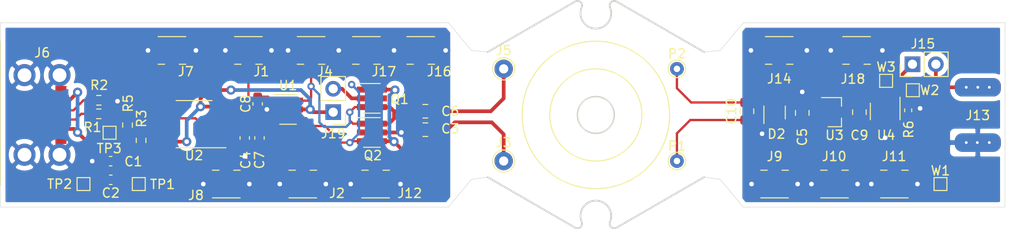
<source format=kicad_pcb>
(kicad_pcb (version 20171130) (host pcbnew "(5.1.10)-1")

  (general
    (thickness 1.6)
    (drawings 30)
    (tracks 326)
    (zones 0)
    (modules 49)
    (nets 25)
  )

  (page A4)
  (layers
    (0 F.Cu signal)
    (31 B.Cu signal)
    (32 B.Adhes user hide)
    (33 F.Adhes user hide)
    (34 B.Paste user hide)
    (35 F.Paste user hide)
    (36 B.SilkS user)
    (37 F.SilkS user)
    (38 B.Mask user hide)
    (39 F.Mask user hide)
    (40 Dwgs.User user hide)
    (41 Cmts.User user hide)
    (42 Eco1.User user)
    (43 Eco2.User user hide)
    (44 Edge.Cuts user)
    (45 Margin user hide)
    (46 B.CrtYd user hide)
    (47 F.CrtYd user hide)
    (48 B.Fab user hide)
    (49 F.Fab user hide)
  )

  (setup
    (last_trace_width 0.25)
    (trace_clearance 0.2)
    (zone_clearance 0.508)
    (zone_45_only no)
    (trace_min 0.2)
    (via_size 0.8)
    (via_drill 0.4)
    (via_min_size 0.4)
    (via_min_drill 0.3)
    (uvia_size 0.3)
    (uvia_drill 0.1)
    (uvias_allowed no)
    (uvia_min_size 0.2)
    (uvia_min_drill 0.1)
    (edge_width 0.05)
    (segment_width 0.2)
    (pcb_text_width 0.3)
    (pcb_text_size 1.5 1.5)
    (mod_edge_width 0.12)
    (mod_text_size 1 1)
    (mod_text_width 0.15)
    (pad_size 1.524 1.524)
    (pad_drill 0.762)
    (pad_to_mask_clearance 0)
    (aux_axis_origin 0 0)
    (visible_elements 7FFFFFFF)
    (pcbplotparams
      (layerselection 0x010fc_ffffffff)
      (usegerberextensions false)
      (usegerberattributes true)
      (usegerberadvancedattributes true)
      (creategerberjobfile true)
      (excludeedgelayer true)
      (linewidth 0.100000)
      (plotframeref false)
      (viasonmask false)
      (mode 1)
      (useauxorigin false)
      (hpglpennumber 1)
      (hpglpenspeed 20)
      (hpglpendiameter 15.000000)
      (psnegative false)
      (psa4output false)
      (plotreference true)
      (plotvalue true)
      (plotinvisibletext false)
      (padsonsilk false)
      (subtractmaskfromsilk false)
      (outputformat 1)
      (mirror false)
      (drillshape 0)
      (scaleselection 1)
      (outputdirectory "Gerber"))
  )

  (net 0 "")
  (net 1 GND)
  (net 2 VBUS)
  (net 3 "Net-(C3-Pad1)")
  (net 4 "Net-(C4-Pad1)")
  (net 5 GNDREF)
  (net 6 "Net-(C5-Pad1)")
  (net 7 +5V)
  (net 8 "Net-(J6-PadA5)")
  (net 9 "Net-(J6-PadB5)")
  (net 10 +BATT)
  (net 11 "Net-(R3-Pad1)")
  (net 12 "Net-(R6-Pad1)")
  (net 13 "Net-(U2-Pad5)")
  (net 14 /STAT)
  (net 15 "Net-(J13-Pad1)")
  (net 16 "Net-(C3-Pad2)")
  (net 17 "Net-(C8-Pad1)")
  (net 18 "Net-(J1-Pad1)")
  (net 19 "Net-(J2-Pad1)")
  (net 20 "Net-(C10-Pad2)")
  (net 21 "Net-(C10-Pad1)")
  (net 22 "Net-(J12-Pad1)")
  (net 23 "Net-(J4-Pad1)")
  (net 24 "Net-(J19-Pad2)")

  (net_class Default "This is the default net class."
    (clearance 0.2)
    (trace_width 0.25)
    (via_dia 0.8)
    (via_drill 0.4)
    (uvia_dia 0.3)
    (uvia_drill 0.1)
    (add_net /STAT)
    (add_net "Net-(C10-Pad1)")
    (add_net "Net-(C10-Pad2)")
    (add_net "Net-(C4-Pad1)")
    (add_net "Net-(C8-Pad1)")
    (add_net "Net-(J1-Pad1)")
    (add_net "Net-(J2-Pad1)")
    (add_net "Net-(J4-Pad1)")
    (add_net "Net-(J6-PadA5)")
    (add_net "Net-(J6-PadB5)")
    (add_net "Net-(R3-Pad1)")
    (add_net "Net-(R6-Pad1)")
    (add_net "Net-(U2-Pad5)")
  )

  (net_class Power ""
    (clearance 0.2)
    (trace_width 0.4)
    (via_dia 1)
    (via_drill 0.5)
    (uvia_dia 0.3)
    (uvia_drill 0.1)
    (add_net +5V)
    (add_net +BATT)
    (add_net GND)
    (add_net GNDREF)
    (add_net "Net-(C3-Pad1)")
    (add_net "Net-(C3-Pad2)")
    (add_net "Net-(C5-Pad1)")
    (add_net "Net-(J12-Pad1)")
    (add_net "Net-(J13-Pad1)")
    (add_net "Net-(J19-Pad2)")
    (add_net VBUS)
  )

  (module Capacitor_SMD:C_0805_2012Metric (layer F.Cu) (tedit 5F68FEEE) (tstamp 6185B21C)
    (at 126.5 54.6)
    (descr "Capacitor SMD 0805 (2012 Metric), square (rectangular) end terminal, IPC_7351 nominal, (Body size source: IPC-SM-782 page 76, https://www.pcb-3d.com/wordpress/wp-content/uploads/ipc-sm-782a_amendment_1_and_2.pdf, https://docs.google.com/spreadsheets/d/1BsfQQcO9C6DZCsRaXUlFlo91Tg2WpOkGARC1WS5S8t0/edit?usp=sharing), generated with kicad-footprint-generator")
    (tags capacitor)
    (path /61A5AD24)
    (attr smd)
    (fp_text reference C6 (at 2.7 0) (layer F.SilkS)
      (effects (font (size 1 1) (thickness 0.15)))
    )
    (fp_text value "0.1uF 50V 10%" (at 0 1.68) (layer F.Fab)
      (effects (font (size 1 1) (thickness 0.15)))
    )
    (fp_line (start 1.7 0.98) (end -1.7 0.98) (layer F.CrtYd) (width 0.05))
    (fp_line (start 1.7 -0.98) (end 1.7 0.98) (layer F.CrtYd) (width 0.05))
    (fp_line (start -1.7 -0.98) (end 1.7 -0.98) (layer F.CrtYd) (width 0.05))
    (fp_line (start -1.7 0.98) (end -1.7 -0.98) (layer F.CrtYd) (width 0.05))
    (fp_line (start -0.261252 0.735) (end 0.261252 0.735) (layer F.SilkS) (width 0.12))
    (fp_line (start -0.261252 -0.735) (end 0.261252 -0.735) (layer F.SilkS) (width 0.12))
    (fp_line (start 1 0.625) (end -1 0.625) (layer F.Fab) (width 0.1))
    (fp_line (start 1 -0.625) (end 1 0.625) (layer F.Fab) (width 0.1))
    (fp_line (start -1 -0.625) (end 1 -0.625) (layer F.Fab) (width 0.1))
    (fp_line (start -1 0.625) (end -1 -0.625) (layer F.Fab) (width 0.1))
    (fp_text user %R (at 0 0) (layer F.Fab)
      (effects (font (size 0.5 0.5) (thickness 0.08)))
    )
    (pad 2 smd roundrect (at 0.95 0) (size 1 1.45) (layers F.Cu F.Paste F.Mask) (roundrect_rratio 0.25)
      (net 16 "Net-(C3-Pad2)"))
    (pad 1 smd roundrect (at -0.95 0) (size 1 1.45) (layers F.Cu F.Paste F.Mask) (roundrect_rratio 0.25)
      (net 3 "Net-(C3-Pad1)"))
    (model ${KISYS3DMOD}/Capacitor_SMD.3dshapes/C_0805_2012Metric.wrl
      (at (xyz 0 0 0))
      (scale (xyz 1 1 1))
      (rotate (xyz 0 0 0))
    )
  )

  (module Package_TO_SOT_SMD:SOT-23-6 (layer F.Cu) (tedit 5A02FF57) (tstamp 6185B1E2)
    (at 120.7 56.9)
    (descr "6-pin SOT-23 package")
    (tags SOT-23-6)
    (path /61869B71)
    (attr smd)
    (fp_text reference Q2 (at 0.1 2.5) (layer F.SilkS)
      (effects (font (size 1 1) (thickness 0.15)))
    )
    (fp_text value NCE6802 (at 0 2.9) (layer F.Fab)
      (effects (font (size 1 1) (thickness 0.15)))
    )
    (fp_line (start 0.9 -1.55) (end 0.9 1.55) (layer F.Fab) (width 0.1))
    (fp_line (start 0.9 1.55) (end -0.9 1.55) (layer F.Fab) (width 0.1))
    (fp_line (start -0.9 -0.9) (end -0.9 1.55) (layer F.Fab) (width 0.1))
    (fp_line (start 0.9 -1.55) (end -0.25 -1.55) (layer F.Fab) (width 0.1))
    (fp_line (start -0.9 -0.9) (end -0.25 -1.55) (layer F.Fab) (width 0.1))
    (fp_line (start -1.9 -1.8) (end -1.9 1.8) (layer F.CrtYd) (width 0.05))
    (fp_line (start -1.9 1.8) (end 1.9 1.8) (layer F.CrtYd) (width 0.05))
    (fp_line (start 1.9 1.8) (end 1.9 -1.8) (layer F.CrtYd) (width 0.05))
    (fp_line (start 1.9 -1.8) (end -1.9 -1.8) (layer F.CrtYd) (width 0.05))
    (fp_line (start 0.9 -1.61) (end -1.55 -1.61) (layer F.SilkS) (width 0.12))
    (fp_line (start -0.9 1.61) (end 0.9 1.61) (layer F.SilkS) (width 0.12))
    (fp_text user %R (at 0 0 90) (layer F.Fab)
      (effects (font (size 0.5 0.5) (thickness 0.075)))
    )
    (pad 5 smd rect (at 1.1 0) (size 1.06 0.65) (layers F.Cu F.Paste F.Mask)
      (net 1 GND))
    (pad 6 smd rect (at 1.1 -0.95) (size 1.06 0.65) (layers F.Cu F.Paste F.Mask)
      (net 3 "Net-(C3-Pad1)"))
    (pad 4 smd rect (at 1.1 0.95) (size 1.06 0.65) (layers F.Cu F.Paste F.Mask)
      (net 22 "Net-(J12-Pad1)"))
    (pad 3 smd rect (at -1.1 0.95) (size 1.06 0.65) (layers F.Cu F.Paste F.Mask)
      (net 19 "Net-(J2-Pad1)"))
    (pad 2 smd rect (at -1.1 0) (size 1.06 0.65) (layers F.Cu F.Paste F.Mask)
      (net 1 GND))
    (pad 1 smd rect (at -1.1 -0.95) (size 1.06 0.65) (layers F.Cu F.Paste F.Mask)
      (net 23 "Net-(J4-Pad1)"))
    (model ${KISYS3DMOD}/Package_TO_SOT_SMD.3dshapes/SOT-23-6.wrl
      (at (xyz 0 0 0))
      (scale (xyz 1 1 1))
      (rotate (xyz 0 0 0))
    )
  )

  (module Package_TO_SOT_SMD:SOT-23-6 (layer F.Cu) (tedit 5A02FF57) (tstamp 6185B1A3)
    (at 120.7 53.2)
    (descr "6-pin SOT-23 package")
    (tags SOT-23-6)
    (path /6186753F)
    (attr smd)
    (fp_text reference Q1 (at 3 0.1) (layer F.SilkS)
      (effects (font (size 1 1) (thickness 0.15)))
    )
    (fp_text value YJS2301A (at 0 2.9) (layer F.Fab)
      (effects (font (size 1 1) (thickness 0.15)))
    )
    (fp_line (start 0.9 -1.55) (end 0.9 1.55) (layer F.Fab) (width 0.1))
    (fp_line (start 0.9 1.55) (end -0.9 1.55) (layer F.Fab) (width 0.1))
    (fp_line (start -0.9 -0.9) (end -0.9 1.55) (layer F.Fab) (width 0.1))
    (fp_line (start 0.9 -1.55) (end -0.25 -1.55) (layer F.Fab) (width 0.1))
    (fp_line (start -0.9 -0.9) (end -0.25 -1.55) (layer F.Fab) (width 0.1))
    (fp_line (start -1.9 -1.8) (end -1.9 1.8) (layer F.CrtYd) (width 0.05))
    (fp_line (start -1.9 1.8) (end 1.9 1.8) (layer F.CrtYd) (width 0.05))
    (fp_line (start 1.9 1.8) (end 1.9 -1.8) (layer F.CrtYd) (width 0.05))
    (fp_line (start 1.9 -1.8) (end -1.9 -1.8) (layer F.CrtYd) (width 0.05))
    (fp_line (start 0.9 -1.61) (end -1.55 -1.61) (layer F.SilkS) (width 0.12))
    (fp_line (start -0.9 1.61) (end 0.9 1.61) (layer F.SilkS) (width 0.12))
    (fp_text user %R (at 0 0 90) (layer F.Fab)
      (effects (font (size 0.5 0.5) (thickness 0.075)))
    )
    (pad 5 smd rect (at 1.1 0) (size 1.06 0.65) (layers F.Cu F.Paste F.Mask)
      (net 24 "Net-(J19-Pad2)"))
    (pad 6 smd rect (at 1.1 -0.95) (size 1.06 0.65) (layers F.Cu F.Paste F.Mask)
      (net 22 "Net-(J12-Pad1)"))
    (pad 4 smd rect (at 1.1 0.95) (size 1.06 0.65) (layers F.Cu F.Paste F.Mask)
      (net 3 "Net-(C3-Pad1)"))
    (pad 3 smd rect (at -1.1 0.95) (size 1.06 0.65) (layers F.Cu F.Paste F.Mask)
      (net 23 "Net-(J4-Pad1)"))
    (pad 2 smd rect (at -1.1 0) (size 1.06 0.65) (layers F.Cu F.Paste F.Mask)
      (net 24 "Net-(J19-Pad2)"))
    (pad 1 smd rect (at -1.1 -0.95) (size 1.06 0.65) (layers F.Cu F.Paste F.Mask)
      (net 19 "Net-(J2-Pad1)"))
    (model ${KISYS3DMOD}/Package_TO_SOT_SMD.3dshapes/SOT-23-6.wrl
      (at (xyz 0 0 0))
      (scale (xyz 1 1 1))
      (rotate (xyz 0 0 0))
    )
  )

  (module Capacitor_SMD:C_0805_2012Metric (layer F.Cu) (tedit 5F68FEEE) (tstamp 6185B16E)
    (at 126.5 56.6)
    (descr "Capacitor SMD 0805 (2012 Metric), square (rectangular) end terminal, IPC_7351 nominal, (Body size source: IPC-SM-782 page 76, https://www.pcb-3d.com/wordpress/wp-content/uploads/ipc-sm-782a_amendment_1_and_2.pdf, https://docs.google.com/spreadsheets/d/1BsfQQcO9C6DZCsRaXUlFlo91Tg2WpOkGARC1WS5S8t0/edit?usp=sharing), generated with kicad-footprint-generator")
    (tags capacitor)
    (path /607B9B06)
    (attr smd)
    (fp_text reference C3 (at 2.7 -0.1) (layer F.SilkS)
      (effects (font (size 1 1) (thickness 0.15)))
    )
    (fp_text value "0.22uF 50V 10%" (at 0 1.68) (layer F.Fab)
      (effects (font (size 1 1) (thickness 0.15)))
    )
    (fp_line (start -1 0.625) (end -1 -0.625) (layer F.Fab) (width 0.1))
    (fp_line (start -1 -0.625) (end 1 -0.625) (layer F.Fab) (width 0.1))
    (fp_line (start 1 -0.625) (end 1 0.625) (layer F.Fab) (width 0.1))
    (fp_line (start 1 0.625) (end -1 0.625) (layer F.Fab) (width 0.1))
    (fp_line (start -0.261252 -0.735) (end 0.261252 -0.735) (layer F.SilkS) (width 0.12))
    (fp_line (start -0.261252 0.735) (end 0.261252 0.735) (layer F.SilkS) (width 0.12))
    (fp_line (start -1.7 0.98) (end -1.7 -0.98) (layer F.CrtYd) (width 0.05))
    (fp_line (start -1.7 -0.98) (end 1.7 -0.98) (layer F.CrtYd) (width 0.05))
    (fp_line (start 1.7 -0.98) (end 1.7 0.98) (layer F.CrtYd) (width 0.05))
    (fp_line (start 1.7 0.98) (end -1.7 0.98) (layer F.CrtYd) (width 0.05))
    (fp_text user %R (at 0 0) (layer F.Fab)
      (effects (font (size 0.5 0.5) (thickness 0.08)))
    )
    (pad 2 smd roundrect (at 0.95 0) (size 1 1.45) (layers F.Cu F.Paste F.Mask) (roundrect_rratio 0.25)
      (net 16 "Net-(C3-Pad2)"))
    (pad 1 smd roundrect (at -0.95 0) (size 1 1.45) (layers F.Cu F.Paste F.Mask) (roundrect_rratio 0.25)
      (net 3 "Net-(C3-Pad1)"))
    (model ${KISYS3DMOD}/Capacitor_SMD.3dshapes/C_0805_2012Metric.wrl
      (at (xyz 0 0 0))
      (scale (xyz 1 1 1))
      (rotate (xyz 0 0 0))
    )
  )

  (module Connector_PinHeader_2.54mm:PinHeader_1x02_P2.54mm_Vertical (layer F.Cu) (tedit 59FED5CC) (tstamp 6185B772)
    (at 116.5 54.7 180)
    (descr "Through hole straight pin header, 1x02, 2.54mm pitch, single row")
    (tags "Through hole pin header THT 1x02 2.54mm single row")
    (path /61894A48)
    (fp_text reference J19 (at 0 -2.33) (layer F.SilkS)
      (effects (font (size 1 1) (thickness 0.15)))
    )
    (fp_text value Conn_01x02 (at 0 4.87) (layer F.Fab)
      (effects (font (size 1 1) (thickness 0.15)))
    )
    (fp_line (start 1.8 -1.8) (end -1.8 -1.8) (layer F.CrtYd) (width 0.05))
    (fp_line (start 1.8 4.35) (end 1.8 -1.8) (layer F.CrtYd) (width 0.05))
    (fp_line (start -1.8 4.35) (end 1.8 4.35) (layer F.CrtYd) (width 0.05))
    (fp_line (start -1.8 -1.8) (end -1.8 4.35) (layer F.CrtYd) (width 0.05))
    (fp_line (start -1.33 -1.33) (end 0 -1.33) (layer F.SilkS) (width 0.12))
    (fp_line (start -1.33 0) (end -1.33 -1.33) (layer F.SilkS) (width 0.12))
    (fp_line (start -1.33 1.27) (end 1.33 1.27) (layer F.SilkS) (width 0.12))
    (fp_line (start 1.33 1.27) (end 1.33 3.87) (layer F.SilkS) (width 0.12))
    (fp_line (start -1.33 1.27) (end -1.33 3.87) (layer F.SilkS) (width 0.12))
    (fp_line (start -1.33 3.87) (end 1.33 3.87) (layer F.SilkS) (width 0.12))
    (fp_line (start -1.27 -0.635) (end -0.635 -1.27) (layer F.Fab) (width 0.1))
    (fp_line (start -1.27 3.81) (end -1.27 -0.635) (layer F.Fab) (width 0.1))
    (fp_line (start 1.27 3.81) (end -1.27 3.81) (layer F.Fab) (width 0.1))
    (fp_line (start 1.27 -1.27) (end 1.27 3.81) (layer F.Fab) (width 0.1))
    (fp_line (start -0.635 -1.27) (end 1.27 -1.27) (layer F.Fab) (width 0.1))
    (fp_text user %R (at 0 1.27 90) (layer F.Fab)
      (effects (font (size 1 1) (thickness 0.15)))
    )
    (pad 2 thru_hole oval (at 0 2.54 180) (size 1.7 1.7) (drill 1) (layers *.Cu *.Mask)
      (net 24 "Net-(J19-Pad2)"))
    (pad 1 thru_hole rect (at 0 0 180) (size 1.7 1.7) (drill 1) (layers *.Cu *.Mask)
      (net 2 VBUS))
    (model ${KISYS3DMOD}/Connector_PinHeader_2.54mm.3dshapes/PinHeader_1x02_P2.54mm_Vertical.wrl
      (at (xyz 0 0 0))
      (scale (xyz 1 1 1))
      (rotate (xyz 0 0 0))
    )
  )

  (module "Pixels-dice:U.FL-R-SMT-1(80)" (layer F.Cu) (tedit 616A0C8C) (tstamp 6179C25F)
    (at 173.3 48)
    (path /617F9306)
    (attr smd)
    (fp_text reference J18 (at -0.4 3.1) (layer F.SilkS)
      (effects (font (size 1 1) (thickness 0.15)))
    )
    (fp_text value Conn_Coaxial (at 0.1 -1.9) (layer F.Fab)
      (effects (font (size 1 1) (thickness 0.15)))
    )
    (fp_line (start 1.5 1.5) (end 0.8 1.5) (layer F.SilkS) (width 0.12))
    (fp_line (start -1.5 1.5) (end -0.8 1.5) (layer F.SilkS) (width 0.12))
    (fp_line (start 1.5 -1.5) (end -1.5 -1.5) (layer F.SilkS) (width 0.12))
    (pad 1 smd rect (at 0 1.525) (size 1 1.05) (layers F.Cu F.Paste F.Mask)
      (net 10 +BATT))
    (pad 2 smd rect (at 1.575 0) (size 1.05 2.2) (layers F.Cu F.Paste F.Mask)
      (net 5 GNDREF))
    (pad 2 smd rect (at -1.575 0) (size 1.05 2.2) (layers F.Cu F.Paste F.Mask)
      (net 5 GNDREF))
  )

  (module "Pixels-dice:U.FL-R-SMT-1(80)" (layer F.Cu) (tedit 616A0C8C) (tstamp 6179C255)
    (at 120.1 48)
    (path /617C303A)
    (attr smd)
    (fp_text reference J17 (at 1.9 2.3) (layer F.SilkS)
      (effects (font (size 1 1) (thickness 0.15)))
    )
    (fp_text value Conn_Coaxial (at 0.1 -1.9) (layer F.Fab)
      (effects (font (size 1 1) (thickness 0.15)))
    )
    (fp_line (start 1.5 1.5) (end 0.8 1.5) (layer F.SilkS) (width 0.12))
    (fp_line (start -1.5 1.5) (end -0.8 1.5) (layer F.SilkS) (width 0.12))
    (fp_line (start 1.5 -1.5) (end -1.5 -1.5) (layer F.SilkS) (width 0.12))
    (pad 1 smd rect (at 0 1.525) (size 1 1.05) (layers F.Cu F.Paste F.Mask)
      (net 3 "Net-(C3-Pad1)"))
    (pad 2 smd rect (at 1.575 0) (size 1.05 2.2) (layers F.Cu F.Paste F.Mask)
      (net 1 GND))
    (pad 2 smd rect (at -1.575 0) (size 1.05 2.2) (layers F.Cu F.Paste F.Mask)
      (net 1 GND))
  )

  (module "Pixels-dice:U.FL-R-SMT-1(80)" (layer F.Cu) (tedit 616A0C8C) (tstamp 6179C24B)
    (at 126 48)
    (path /617EC4D5)
    (attr smd)
    (fp_text reference J16 (at 2 2.3) (layer F.SilkS)
      (effects (font (size 1 1) (thickness 0.15)))
    )
    (fp_text value Conn_Coaxial (at 0.1 -1.9) (layer F.Fab)
      (effects (font (size 1 1) (thickness 0.15)))
    )
    (fp_line (start 1.5 1.5) (end 0.8 1.5) (layer F.SilkS) (width 0.12))
    (fp_line (start -1.5 1.5) (end -0.8 1.5) (layer F.SilkS) (width 0.12))
    (fp_line (start 1.5 -1.5) (end -1.5 -1.5) (layer F.SilkS) (width 0.12))
    (pad 1 smd rect (at 0 1.525) (size 1 1.05) (layers F.Cu F.Paste F.Mask)
      (net 16 "Net-(C3-Pad2)"))
    (pad 2 smd rect (at 1.575 0) (size 1.05 2.2) (layers F.Cu F.Paste F.Mask)
      (net 1 GND))
    (pad 2 smd rect (at -1.575 0) (size 1.05 2.2) (layers F.Cu F.Paste F.Mask)
      (net 1 GND))
  )

  (module "Pixels-dice:U.FL-R-SMT-1(80)" (layer F.Cu) (tedit 616A0C8C) (tstamp 6179C1D1)
    (at 121.1 62.5 180)
    (path /617BDE3E)
    (attr smd)
    (fp_text reference J12 (at -3.7 -1) (layer F.SilkS)
      (effects (font (size 1 1) (thickness 0.15)))
    )
    (fp_text value Conn_Coaxial (at 0.1 -1.9) (layer F.Fab)
      (effects (font (size 1 1) (thickness 0.15)))
    )
    (fp_line (start 1.5 1.5) (end 0.8 1.5) (layer F.SilkS) (width 0.12))
    (fp_line (start -1.5 1.5) (end -0.8 1.5) (layer F.SilkS) (width 0.12))
    (fp_line (start 1.5 -1.5) (end -1.5 -1.5) (layer F.SilkS) (width 0.12))
    (pad 1 smd rect (at 0 1.525 180) (size 1 1.05) (layers F.Cu F.Paste F.Mask)
      (net 22 "Net-(J12-Pad1)"))
    (pad 2 smd rect (at 1.575 0 180) (size 1.05 2.2) (layers F.Cu F.Paste F.Mask)
      (net 1 GND))
    (pad 2 smd rect (at -1.575 0 180) (size 1.05 2.2) (layers F.Cu F.Paste F.Mask)
      (net 1 GND))
  )

  (module "Pixels-dice:U.FL-R-SMT-1(80)" (layer F.Cu) (tedit 616A0C8C) (tstamp 6179C17F)
    (at 99 48)
    (path /6181BD94)
    (attr smd)
    (fp_text reference J7 (at 1.5 2.3) (layer F.SilkS)
      (effects (font (size 1 1) (thickness 0.15)))
    )
    (fp_text value Conn_Coaxial (at 0.1 -1.9) (layer F.Fab)
      (effects (font (size 1 1) (thickness 0.15)))
    )
    (fp_line (start 1.5 1.5) (end 0.8 1.5) (layer F.SilkS) (width 0.12))
    (fp_line (start -1.5 1.5) (end -0.8 1.5) (layer F.SilkS) (width 0.12))
    (fp_line (start 1.5 -1.5) (end -1.5 -1.5) (layer F.SilkS) (width 0.12))
    (pad 1 smd rect (at 0 1.525) (size 1 1.05) (layers F.Cu F.Paste F.Mask)
      (net 2 VBUS))
    (pad 2 smd rect (at 1.575 0) (size 1.05 2.2) (layers F.Cu F.Paste F.Mask)
      (net 1 GND))
    (pad 2 smd rect (at -1.575 0) (size 1.05 2.2) (layers F.Cu F.Paste F.Mask)
      (net 1 GND))
  )

  (module Capacitor_SMD:C_0805_2012Metric (layer F.Cu) (tedit 5F68FEEE) (tstamp 6179C0DD)
    (at 161.4 54.6 90)
    (descr "Capacitor SMD 0805 (2012 Metric), square (rectangular) end terminal, IPC_7351 nominal, (Body size source: IPC-SM-782 page 76, https://www.pcb-3d.com/wordpress/wp-content/uploads/ipc-sm-782a_amendment_1_and_2.pdf, https://docs.google.com/spreadsheets/d/1BsfQQcO9C6DZCsRaXUlFlo91Tg2WpOkGARC1WS5S8t0/edit?usp=sharing), generated with kicad-footprint-generator")
    (tags capacitor)
    (path /61819D3A)
    (attr smd)
    (fp_text reference C10 (at 0 -1.68 90) (layer F.SilkS)
      (effects (font (size 1 1) (thickness 0.15)))
    )
    (fp_text value "82nF 50V 10%" (at 0 1.68 90) (layer F.Fab)
      (effects (font (size 1 1) (thickness 0.15)))
    )
    (fp_line (start -1 0.625) (end -1 -0.625) (layer F.Fab) (width 0.1))
    (fp_line (start -1 -0.625) (end 1 -0.625) (layer F.Fab) (width 0.1))
    (fp_line (start 1 -0.625) (end 1 0.625) (layer F.Fab) (width 0.1))
    (fp_line (start 1 0.625) (end -1 0.625) (layer F.Fab) (width 0.1))
    (fp_line (start -0.261252 -0.735) (end 0.261252 -0.735) (layer F.SilkS) (width 0.12))
    (fp_line (start -0.261252 0.735) (end 0.261252 0.735) (layer F.SilkS) (width 0.12))
    (fp_line (start -1.7 0.98) (end -1.7 -0.98) (layer F.CrtYd) (width 0.05))
    (fp_line (start -1.7 -0.98) (end 1.7 -0.98) (layer F.CrtYd) (width 0.05))
    (fp_line (start 1.7 -0.98) (end 1.7 0.98) (layer F.CrtYd) (width 0.05))
    (fp_line (start 1.7 0.98) (end -1.7 0.98) (layer F.CrtYd) (width 0.05))
    (fp_text user %R (at 0 0 90) (layer F.Fab)
      (effects (font (size 0.5 0.5) (thickness 0.08)))
    )
    (pad 2 smd roundrect (at 0.95 0 90) (size 1 1.45) (layers F.Cu F.Paste F.Mask) (roundrect_rratio 0.25)
      (net 20 "Net-(C10-Pad2)"))
    (pad 1 smd roundrect (at -0.95 0 90) (size 1 1.45) (layers F.Cu F.Paste F.Mask) (roundrect_rratio 0.25)
      (net 21 "Net-(C10-Pad1)"))
    (model ${KISYS3DMOD}/Capacitor_SMD.3dshapes/C_0805_2012Metric.wrl
      (at (xyz 0 0 0))
      (scale (xyz 1 1 1))
      (rotate (xyz 0 0 0))
    )
  )

  (module Capacitor_SMD:C_0805_2012Metric (layer F.Cu) (tedit 5F68FEEE) (tstamp 6179C0CC)
    (at 173.6 54.7 90)
    (descr "Capacitor SMD 0805 (2012 Metric), square (rectangular) end terminal, IPC_7351 nominal, (Body size source: IPC-SM-782 page 76, https://www.pcb-3d.com/wordpress/wp-content/uploads/ipc-sm-782a_amendment_1_and_2.pdf, https://docs.google.com/spreadsheets/d/1BsfQQcO9C6DZCsRaXUlFlo91Tg2WpOkGARC1WS5S8t0/edit?usp=sharing), generated with kicad-footprint-generator")
    (tags capacitor)
    (path /6181B59F)
    (attr smd)
    (fp_text reference C9 (at -2.5 0 180) (layer F.SilkS)
      (effects (font (size 1 1) (thickness 0.15)))
    )
    (fp_text value "4.7uF 25V 20%" (at 0 1.68 90) (layer F.Fab)
      (effects (font (size 1 1) (thickness 0.15)))
    )
    (fp_line (start -1 0.625) (end -1 -0.625) (layer F.Fab) (width 0.1))
    (fp_line (start -1 -0.625) (end 1 -0.625) (layer F.Fab) (width 0.1))
    (fp_line (start 1 -0.625) (end 1 0.625) (layer F.Fab) (width 0.1))
    (fp_line (start 1 0.625) (end -1 0.625) (layer F.Fab) (width 0.1))
    (fp_line (start -0.261252 -0.735) (end 0.261252 -0.735) (layer F.SilkS) (width 0.12))
    (fp_line (start -0.261252 0.735) (end 0.261252 0.735) (layer F.SilkS) (width 0.12))
    (fp_line (start -1.7 0.98) (end -1.7 -0.98) (layer F.CrtYd) (width 0.05))
    (fp_line (start -1.7 -0.98) (end 1.7 -0.98) (layer F.CrtYd) (width 0.05))
    (fp_line (start 1.7 -0.98) (end 1.7 0.98) (layer F.CrtYd) (width 0.05))
    (fp_line (start 1.7 0.98) (end -1.7 0.98) (layer F.CrtYd) (width 0.05))
    (fp_text user %R (at 0 0 90) (layer F.Fab)
      (effects (font (size 0.5 0.5) (thickness 0.08)))
    )
    (pad 2 smd roundrect (at 0.95 0 90) (size 1 1.45) (layers F.Cu F.Paste F.Mask) (roundrect_rratio 0.25)
      (net 5 GNDREF))
    (pad 1 smd roundrect (at -0.95 0 90) (size 1 1.45) (layers F.Cu F.Paste F.Mask) (roundrect_rratio 0.25)
      (net 7 +5V))
    (model ${KISYS3DMOD}/Capacitor_SMD.3dshapes/C_0805_2012Metric.wrl
      (at (xyz 0 0 0))
      (scale (xyz 1 1 1))
      (rotate (xyz 0 0 0))
    )
  )

  (module Capacitor_SMD:C_0603_1608Metric (layer F.Cu) (tedit 5F68FEEE) (tstamp 6179C0AB)
    (at 108.5 57.5 270)
    (descr "Capacitor SMD 0603 (1608 Metric), square (rectangular) end terminal, IPC_7351 nominal, (Body size source: IPC-SM-782 page 76, https://www.pcb-3d.com/wordpress/wp-content/uploads/ipc-sm-782a_amendment_1_and_2.pdf), generated with kicad-footprint-generator")
    (tags capacitor)
    (path /61804C6B)
    (attr smd)
    (fp_text reference C7 (at 2.4 0 90) (layer F.SilkS)
      (effects (font (size 1 1) (thickness 0.15)))
    )
    (fp_text value "33pF 50V 10%" (at 0 1.43 90) (layer F.Fab)
      (effects (font (size 1 1) (thickness 0.15)))
    )
    (fp_line (start -0.8 0.4) (end -0.8 -0.4) (layer F.Fab) (width 0.1))
    (fp_line (start -0.8 -0.4) (end 0.8 -0.4) (layer F.Fab) (width 0.1))
    (fp_line (start 0.8 -0.4) (end 0.8 0.4) (layer F.Fab) (width 0.1))
    (fp_line (start 0.8 0.4) (end -0.8 0.4) (layer F.Fab) (width 0.1))
    (fp_line (start -0.14058 -0.51) (end 0.14058 -0.51) (layer F.SilkS) (width 0.12))
    (fp_line (start -0.14058 0.51) (end 0.14058 0.51) (layer F.SilkS) (width 0.12))
    (fp_line (start -1.48 0.73) (end -1.48 -0.73) (layer F.CrtYd) (width 0.05))
    (fp_line (start -1.48 -0.73) (end 1.48 -0.73) (layer F.CrtYd) (width 0.05))
    (fp_line (start 1.48 -0.73) (end 1.48 0.73) (layer F.CrtYd) (width 0.05))
    (fp_line (start 1.48 0.73) (end -1.48 0.73) (layer F.CrtYd) (width 0.05))
    (fp_text user %R (at 0 0 90) (layer F.Fab)
      (effects (font (size 0.4 0.4) (thickness 0.06)))
    )
    (pad 2 smd roundrect (at 0.775 0 270) (size 0.9 0.95) (layers F.Cu F.Paste F.Mask) (roundrect_rratio 0.25)
      (net 1 GND))
    (pad 1 smd roundrect (at -0.775 0 270) (size 0.9 0.95) (layers F.Cu F.Paste F.Mask) (roundrect_rratio 0.25)
      (net 4 "Net-(C4-Pad1)"))
    (model ${KISYS3DMOD}/Capacitor_SMD.3dshapes/C_0603_1608Metric.wrl
      (at (xyz 0 0 0))
      (scale (xyz 1 1 1))
      (rotate (xyz 0 0 0))
    )
  )

  (module Pixels-dice:SOT-26 (layer F.Cu) (tedit 616B9834) (tstamp 616A791D)
    (at 111.6 54.4 180)
    (descr "6-pin SOT-23 package")
    (tags SOT-23-6)
    (path /616C6B31)
    (attr smd)
    (fp_text reference U1 (at 0 2.6 180) (layer F.SilkS)
      (effects (font (size 1 1) (thickness 0.15)))
    )
    (fp_text value AP1511B (at 0 -2.9 180) (layer F.Fab)
      (effects (font (size 1 1) (thickness 0.15)))
    )
    (fp_line (start -0.9 1.55) (end -0.9 -1.55) (layer F.Fab) (width 0.1))
    (fp_line (start -0.9 -1.55) (end 0.9 -1.55) (layer F.Fab) (width 0.1))
    (fp_line (start 0.9 0.9) (end 0.9 -1.55) (layer F.Fab) (width 0.1))
    (fp_line (start -0.9 1.55) (end 0.25 1.55) (layer F.Fab) (width 0.1))
    (fp_line (start 0.9 0.9) (end 0.25 1.55) (layer F.Fab) (width 0.1))
    (fp_line (start 1.9 1.8) (end 1.9 -1.8) (layer F.CrtYd) (width 0.05))
    (fp_line (start 1.9 -1.8) (end -1.9 -1.8) (layer F.CrtYd) (width 0.05))
    (fp_line (start -1.9 -1.8) (end -1.9 1.8) (layer F.CrtYd) (width 0.05))
    (fp_line (start -1.9 1.8) (end 1.9 1.8) (layer F.CrtYd) (width 0.05))
    (fp_line (start -0.9 1.61) (end 1.55 1.61) (layer F.SilkS) (width 0.12))
    (fp_line (start 0.9 -1.61) (end -0.9 -1.61) (layer F.SilkS) (width 0.12))
    (fp_text user %R (at 0 0 270) (layer F.Fab)
      (effects (font (size 0.5 0.5) (thickness 0.075)))
    )
    (pad 5 smd rect (at -1.1 0) (size 1.06 0.65) (layers F.Cu F.Paste F.Mask)
      (net 2 VBUS))
    (pad 6 smd rect (at -1.1 0.95) (size 1.06 0.65) (layers F.Cu F.Paste F.Mask)
      (net 23 "Net-(J4-Pad1)"))
    (pad 4 smd rect (at -1.1 -0.95) (size 1.06 0.65) (layers F.Cu F.Paste F.Mask)
      (net 19 "Net-(J2-Pad1)"))
    (pad 3 smd rect (at 1.1 -0.95) (size 1.06 0.65) (layers F.Cu F.Paste F.Mask)
      (net 18 "Net-(J1-Pad1)"))
    (pad 2 smd rect (at 1.1 0) (size 1.06 0.65) (layers F.Cu F.Paste F.Mask)
      (net 1 GND))
    (pad 1 smd rect (at 1.1 0.95) (size 1.06 0.65) (layers F.Cu F.Paste F.Mask)
      (net 17 "Net-(C8-Pad1)"))
    (model ${KISYS3DMOD}/Package_TO_SOT_SMD.3dshapes/SOT-23-6.wrl
      (at (xyz 0 0 0))
      (scale (xyz 1 1 1))
      (rotate (xyz 0 0 0))
    )
  )

  (module "Pixels-dice:U.FL-R-SMT-1(80)" (layer F.Cu) (tedit 616A0C8C) (tstamp 616C027D)
    (at 107.3 48)
    (path /6172AE1F)
    (attr smd)
    (fp_text reference J1 (at 1.4 2.3) (layer F.SilkS)
      (effects (font (size 1 1) (thickness 0.15)))
    )
    (fp_text value Conn_Coaxial (at 0.1 -1.9) (layer F.Fab)
      (effects (font (size 1 1) (thickness 0.15)))
    )
    (fp_line (start 1.5 -1.5) (end -1.5 -1.5) (layer F.SilkS) (width 0.12))
    (fp_line (start -1.5 1.5) (end -0.8 1.5) (layer F.SilkS) (width 0.12))
    (fp_line (start 1.5 1.5) (end 0.8 1.5) (layer F.SilkS) (width 0.12))
    (pad 1 smd rect (at 0 1.525) (size 1 1.05) (layers F.Cu F.Paste F.Mask)
      (net 18 "Net-(J1-Pad1)"))
    (pad 2 smd rect (at 1.575 0) (size 1.05 2.2) (layers F.Cu F.Paste F.Mask)
      (net 1 GND))
    (pad 2 smd rect (at -1.575 0) (size 1.05 2.2) (layers F.Cu F.Paste F.Mask)
      (net 1 GND))
  )

  (module Capacitor_SMD:C_0603_1608Metric (layer F.Cu) (tedit 5F68FEEE) (tstamp 616BFF12)
    (at 108.3 53.8 270)
    (descr "Capacitor SMD 0603 (1608 Metric), square (rectangular) end terminal, IPC_7351 nominal, (Body size source: IPC-SM-782 page 76, https://www.pcb-3d.com/wordpress/wp-content/uploads/ipc-sm-782a_amendment_1_and_2.pdf), generated with kicad-footprint-generator")
    (tags capacitor)
    (path /616F5905)
    (attr smd)
    (fp_text reference C8 (at 0 1.3 90) (layer F.SilkS)
      (effects (font (size 1 1) (thickness 0.15)))
    )
    (fp_text value "2.2pF 50V 10%" (at 0 1.43 90) (layer F.Fab)
      (effects (font (size 1 1) (thickness 0.15)))
    )
    (fp_line (start 1.48 0.73) (end -1.48 0.73) (layer F.CrtYd) (width 0.05))
    (fp_line (start 1.48 -0.73) (end 1.48 0.73) (layer F.CrtYd) (width 0.05))
    (fp_line (start -1.48 -0.73) (end 1.48 -0.73) (layer F.CrtYd) (width 0.05))
    (fp_line (start -1.48 0.73) (end -1.48 -0.73) (layer F.CrtYd) (width 0.05))
    (fp_line (start -0.14058 0.51) (end 0.14058 0.51) (layer F.SilkS) (width 0.12))
    (fp_line (start -0.14058 -0.51) (end 0.14058 -0.51) (layer F.SilkS) (width 0.12))
    (fp_line (start 0.8 0.4) (end -0.8 0.4) (layer F.Fab) (width 0.1))
    (fp_line (start 0.8 -0.4) (end 0.8 0.4) (layer F.Fab) (width 0.1))
    (fp_line (start -0.8 -0.4) (end 0.8 -0.4) (layer F.Fab) (width 0.1))
    (fp_line (start -0.8 0.4) (end -0.8 -0.4) (layer F.Fab) (width 0.1))
    (fp_text user %R (at 0 0 90) (layer F.Fab)
      (effects (font (size 0.4 0.4) (thickness 0.06)))
    )
    (pad 2 smd roundrect (at 0.775 0 270) (size 0.9 0.95) (layers F.Cu F.Paste F.Mask) (roundrect_rratio 0.25)
      (net 1 GND))
    (pad 1 smd roundrect (at -0.775 0 270) (size 0.9 0.95) (layers F.Cu F.Paste F.Mask) (roundrect_rratio 0.25)
      (net 17 "Net-(C8-Pad1)"))
    (model ${KISYS3DMOD}/Capacitor_SMD.3dshapes/C_0603_1608Metric.wrl
      (at (xyz 0 0 0))
      (scale (xyz 1 1 1))
      (rotate (xyz 0 0 0))
    )
  )

  (module Capacitor_SMD:C_0603_1608Metric (layer F.Cu) (tedit 5F68FEEE) (tstamp 616A762E)
    (at 106.9 57.5 270)
    (descr "Capacitor SMD 0603 (1608 Metric), square (rectangular) end terminal, IPC_7351 nominal, (Body size source: IPC-SM-782 page 76, https://www.pcb-3d.com/wordpress/wp-content/uploads/ipc-sm-782a_amendment_1_and_2.pdf), generated with kicad-footprint-generator")
    (tags capacitor)
    (path /60AF0ABE)
    (attr smd)
    (fp_text reference C4 (at 2.4 -0.1 90) (layer F.SilkS)
      (effects (font (size 1 1) (thickness 0.15)))
    )
    (fp_text value "10pF 50V 10%" (at 0 1.43 90) (layer F.Fab)
      (effects (font (size 1 1) (thickness 0.15)))
    )
    (fp_line (start 1.48 0.73) (end -1.48 0.73) (layer F.CrtYd) (width 0.05))
    (fp_line (start 1.48 -0.73) (end 1.48 0.73) (layer F.CrtYd) (width 0.05))
    (fp_line (start -1.48 -0.73) (end 1.48 -0.73) (layer F.CrtYd) (width 0.05))
    (fp_line (start -1.48 0.73) (end -1.48 -0.73) (layer F.CrtYd) (width 0.05))
    (fp_line (start -0.14058 0.51) (end 0.14058 0.51) (layer F.SilkS) (width 0.12))
    (fp_line (start -0.14058 -0.51) (end 0.14058 -0.51) (layer F.SilkS) (width 0.12))
    (fp_line (start 0.8 0.4) (end -0.8 0.4) (layer F.Fab) (width 0.1))
    (fp_line (start 0.8 -0.4) (end 0.8 0.4) (layer F.Fab) (width 0.1))
    (fp_line (start -0.8 -0.4) (end 0.8 -0.4) (layer F.Fab) (width 0.1))
    (fp_line (start -0.8 0.4) (end -0.8 -0.4) (layer F.Fab) (width 0.1))
    (fp_text user %R (at 0 0 90) (layer F.Fab)
      (effects (font (size 0.4 0.4) (thickness 0.06)))
    )
    (pad 2 smd roundrect (at 0.775 0 270) (size 0.9 0.95) (layers F.Cu F.Paste F.Mask) (roundrect_rratio 0.25)
      (net 1 GND))
    (pad 1 smd roundrect (at -0.775 0 270) (size 0.9 0.95) (layers F.Cu F.Paste F.Mask) (roundrect_rratio 0.25)
      (net 4 "Net-(C4-Pad1)"))
    (model ${KISYS3DMOD}/Capacitor_SMD.3dshapes/C_0603_1608Metric.wrl
      (at (xyz 0 0 0))
      (scale (xyz 1 1 1))
      (rotate (xyz 0 0 0))
    )
  )

  (module TestPoint:TestPoint_Pad_1.0x1.0mm (layer F.Cu) (tedit 5A0F774F) (tstamp 6179D959)
    (at 176.5 51.3)
    (descr "SMD rectangular pad as test Point, square 1.0mm side length")
    (tags "test point SMD pad rectangle square")
    (path /61702437)
    (attr virtual)
    (fp_text reference W3 (at 0 -1.5) (layer F.SilkS)
      (effects (font (size 1 1) (thickness 0.15)))
    )
    (fp_text value BATT (at 0 1.55) (layer F.Fab)
      (effects (font (size 1 1) (thickness 0.15)))
    )
    (fp_line (start -0.7 -0.7) (end 0.7 -0.7) (layer F.SilkS) (width 0.12))
    (fp_line (start 0.7 -0.7) (end 0.7 0.7) (layer F.SilkS) (width 0.12))
    (fp_line (start 0.7 0.7) (end -0.7 0.7) (layer F.SilkS) (width 0.12))
    (fp_line (start -0.7 0.7) (end -0.7 -0.7) (layer F.SilkS) (width 0.12))
    (fp_line (start -1 -1) (end 1 -1) (layer F.CrtYd) (width 0.05))
    (fp_line (start -1 -1) (end -1 1) (layer F.CrtYd) (width 0.05))
    (fp_line (start 1 1) (end 1 -1) (layer F.CrtYd) (width 0.05))
    (fp_line (start 1 1) (end -1 1) (layer F.CrtYd) (width 0.05))
    (fp_text user %R (at 0 -1.45) (layer F.Fab)
      (effects (font (size 1 1) (thickness 0.15)))
    )
    (pad 1 smd rect (at 0 0) (size 1 1) (layers F.Cu F.Mask)
      (net 10 +BATT))
  )

  (module "Pixels-dice:U.FL-R-SMT-1(80)" (layer F.Cu) (tedit 616A0C8C) (tstamp 616A861F)
    (at 164.9 48)
    (path /61752F20)
    (attr smd)
    (fp_text reference J14 (at 0.01 3.08) (layer F.SilkS)
      (effects (font (size 1 1) (thickness 0.15)))
    )
    (fp_text value Conn_Coaxial (at 0.1 -1.9) (layer F.Fab)
      (effects (font (size 1 1) (thickness 0.15)))
    )
    (fp_line (start 1.5 1.5) (end 0.8 1.5) (layer F.SilkS) (width 0.12))
    (fp_line (start -1.5 1.5) (end -0.8 1.5) (layer F.SilkS) (width 0.12))
    (fp_line (start 1.5 -1.5) (end -1.5 -1.5) (layer F.SilkS) (width 0.12))
    (pad 1 smd rect (at 0 1.525) (size 1 1.05) (layers F.Cu F.Paste F.Mask)
      (net 20 "Net-(C10-Pad2)"))
    (pad 2 smd rect (at 1.575 0) (size 1.05 2.2) (layers F.Cu F.Paste F.Mask)
      (net 5 GNDREF))
    (pad 2 smd rect (at -1.575 0) (size 1.05 2.2) (layers F.Cu F.Paste F.Mask)
      (net 5 GNDREF))
  )

  (module "Pixels-dice:U.FL-R-SMT-1(80)" (layer F.Cu) (tedit 616A0C8C) (tstamp 616A85D7)
    (at 177.4 62.5 180)
    (path /61751A2C)
    (attr smd)
    (fp_text reference J11 (at 0.03 3) (layer F.SilkS)
      (effects (font (size 1 1) (thickness 0.15)))
    )
    (fp_text value Conn_Coaxial (at 0.1 -1.9) (layer F.Fab)
      (effects (font (size 1 1) (thickness 0.15)))
    )
    (fp_line (start 1.5 1.5) (end 0.8 1.5) (layer F.SilkS) (width 0.12))
    (fp_line (start -1.5 1.5) (end -0.8 1.5) (layer F.SilkS) (width 0.12))
    (fp_line (start 1.5 -1.5) (end -1.5 -1.5) (layer F.SilkS) (width 0.12))
    (pad 1 smd rect (at 0 1.525 180) (size 1 1.05) (layers F.Cu F.Paste F.Mask)
      (net 7 +5V))
    (pad 2 smd rect (at 1.575 0 180) (size 1.05 2.2) (layers F.Cu F.Paste F.Mask)
      (net 5 GNDREF))
    (pad 2 smd rect (at -1.575 0 180) (size 1.05 2.2) (layers F.Cu F.Paste F.Mask)
      (net 5 GNDREF))
  )

  (module "Pixels-dice:U.FL-R-SMT-1(80)" (layer F.Cu) (tedit 616A0C8C) (tstamp 616A85CD)
    (at 170.9 62.5 180)
    (path /6174F9EA)
    (attr smd)
    (fp_text reference J10 (at 0.03 3) (layer F.SilkS)
      (effects (font (size 1 1) (thickness 0.15)))
    )
    (fp_text value Conn_Coaxial (at 0.1 -1.9) (layer F.Fab)
      (effects (font (size 1 1) (thickness 0.15)))
    )
    (fp_line (start 1.5 1.5) (end 0.8 1.5) (layer F.SilkS) (width 0.12))
    (fp_line (start -1.5 1.5) (end -0.8 1.5) (layer F.SilkS) (width 0.12))
    (fp_line (start 1.5 -1.5) (end -1.5 -1.5) (layer F.SilkS) (width 0.12))
    (pad 1 smd rect (at 0 1.525 180) (size 1 1.05) (layers F.Cu F.Paste F.Mask)
      (net 6 "Net-(C5-Pad1)"))
    (pad 2 smd rect (at 1.575 0 180) (size 1.05 2.2) (layers F.Cu F.Paste F.Mask)
      (net 5 GNDREF))
    (pad 2 smd rect (at -1.575 0 180) (size 1.05 2.2) (layers F.Cu F.Paste F.Mask)
      (net 5 GNDREF))
  )

  (module "Pixels-dice:U.FL-R-SMT-1(80)" (layer F.Cu) (tedit 616A0C8C) (tstamp 616A85C3)
    (at 164.4 62.5 180)
    (path /617523B5)
    (attr smd)
    (fp_text reference J9 (at 0 2.99) (layer F.SilkS)
      (effects (font (size 1 1) (thickness 0.15)))
    )
    (fp_text value Conn_Coaxial (at 0.1 -1.9) (layer F.Fab)
      (effects (font (size 1 1) (thickness 0.15)))
    )
    (fp_line (start 1.5 1.5) (end 0.8 1.5) (layer F.SilkS) (width 0.12))
    (fp_line (start -1.5 1.5) (end -0.8 1.5) (layer F.SilkS) (width 0.12))
    (fp_line (start 1.5 -1.5) (end -1.5 -1.5) (layer F.SilkS) (width 0.12))
    (pad 1 smd rect (at 0 1.525 180) (size 1 1.05) (layers F.Cu F.Paste F.Mask)
      (net 21 "Net-(C10-Pad1)"))
    (pad 2 smd rect (at 1.575 0 180) (size 1.05 2.2) (layers F.Cu F.Paste F.Mask)
      (net 5 GNDREF))
    (pad 2 smd rect (at -1.575 0 180) (size 1.05 2.2) (layers F.Cu F.Paste F.Mask)
      (net 5 GNDREF))
  )

  (module "Pixels-dice:U.FL-R-SMT-1(80)" (layer F.Cu) (tedit 616A0C8C) (tstamp 616A85B9)
    (at 104.9 62.5 180)
    (path /61739183)
    (attr smd)
    (fp_text reference J8 (at 3.3 -1.22) (layer F.SilkS)
      (effects (font (size 1 1) (thickness 0.15)))
    )
    (fp_text value Conn_Coaxial (at 0.1 -1.9) (layer F.Fab)
      (effects (font (size 1 1) (thickness 0.15)))
    )
    (fp_line (start 1.5 1.5) (end 0.8 1.5) (layer F.SilkS) (width 0.12))
    (fp_line (start -1.5 1.5) (end -0.8 1.5) (layer F.SilkS) (width 0.12))
    (fp_line (start 1.5 -1.5) (end -1.5 -1.5) (layer F.SilkS) (width 0.12))
    (pad 1 smd rect (at 0 1.525 180) (size 1 1.05) (layers F.Cu F.Paste F.Mask)
      (net 4 "Net-(C4-Pad1)"))
    (pad 2 smd rect (at 1.575 0 180) (size 1.05 2.2) (layers F.Cu F.Paste F.Mask)
      (net 1 GND))
    (pad 2 smd rect (at -1.575 0 180) (size 1.05 2.2) (layers F.Cu F.Paste F.Mask)
      (net 1 GND))
  )

  (module "Pixels-dice:U.FL-R-SMT-1(80)" (layer F.Cu) (tedit 616A0C8C) (tstamp 616C0832)
    (at 114.1 48)
    (path /61709060)
    (attr smd)
    (fp_text reference J4 (at 1.5 2.3) (layer F.SilkS)
      (effects (font (size 1 1) (thickness 0.15)))
    )
    (fp_text value Conn_Coaxial (at 0.1 -1.9) (layer F.Fab)
      (effects (font (size 1 1) (thickness 0.15)))
    )
    (fp_line (start 1.5 1.5) (end 0.8 1.5) (layer F.SilkS) (width 0.12))
    (fp_line (start -1.5 1.5) (end -0.8 1.5) (layer F.SilkS) (width 0.12))
    (fp_line (start 1.5 -1.5) (end -1.5 -1.5) (layer F.SilkS) (width 0.12))
    (pad 1 smd rect (at 0 1.525) (size 1 1.05) (layers F.Cu F.Paste F.Mask)
      (net 23 "Net-(J4-Pad1)"))
    (pad 2 smd rect (at 1.575 0) (size 1.05 2.2) (layers F.Cu F.Paste F.Mask)
      (net 1 GND))
    (pad 2 smd rect (at -1.575 0) (size 1.05 2.2) (layers F.Cu F.Paste F.Mask)
      (net 1 GND))
  )

  (module "Pixels-dice:U.FL-R-SMT-1(80)" (layer F.Cu) (tedit 616A0C8C) (tstamp 616A8563)
    (at 113.2 62.5 180)
    (path /617007F3)
    (attr smd)
    (fp_text reference J2 (at -3.7 -1) (layer F.SilkS)
      (effects (font (size 1 1) (thickness 0.15)))
    )
    (fp_text value Conn_Coaxial (at 0.1 -1.9) (layer F.Fab)
      (effects (font (size 1 1) (thickness 0.15)))
    )
    (fp_line (start 1.5 1.5) (end 0.8 1.5) (layer F.SilkS) (width 0.12))
    (fp_line (start -1.5 1.5) (end -0.8 1.5) (layer F.SilkS) (width 0.12))
    (fp_line (start 1.5 -1.5) (end -1.5 -1.5) (layer F.SilkS) (width 0.12))
    (pad 1 smd rect (at 0 1.525 180) (size 1 1.05) (layers F.Cu F.Paste F.Mask)
      (net 19 "Net-(J2-Pad1)"))
    (pad 2 smd rect (at 1.575 0 180) (size 1.05 2.2) (layers F.Cu F.Paste F.Mask)
      (net 1 GND))
    (pad 2 smd rect (at -1.575 0 180) (size 1.05 2.2) (layers F.Cu F.Paste F.Mask)
      (net 1 GND))
  )

  (module TestPoint:TestPoint_Pad_1.0x1.0mm (layer F.Cu) (tedit 5A0F774F) (tstamp 616AD3A6)
    (at 179.4 52.32)
    (descr "SMD rectangular pad as test Point, square 1.0mm side length")
    (tags "test point SMD pad rectangle square")
    (path /5CF89837)
    (attr virtual)
    (fp_text reference W2 (at 1.83 0) (layer F.SilkS)
      (effects (font (size 1 1) (thickness 0.15)))
    )
    (fp_text value STAT (at 0 1.55) (layer F.Fab)
      (effects (font (size 1 1) (thickness 0.15)))
    )
    (fp_line (start -0.7 -0.7) (end 0.7 -0.7) (layer F.SilkS) (width 0.12))
    (fp_line (start 0.7 -0.7) (end 0.7 0.7) (layer F.SilkS) (width 0.12))
    (fp_line (start 0.7 0.7) (end -0.7 0.7) (layer F.SilkS) (width 0.12))
    (fp_line (start -0.7 0.7) (end -0.7 -0.7) (layer F.SilkS) (width 0.12))
    (fp_line (start -1 -1) (end 1 -1) (layer F.CrtYd) (width 0.05))
    (fp_line (start -1 -1) (end -1 1) (layer F.CrtYd) (width 0.05))
    (fp_line (start 1 1) (end 1 -1) (layer F.CrtYd) (width 0.05))
    (fp_line (start 1 1) (end -1 1) (layer F.CrtYd) (width 0.05))
    (fp_text user %R (at 0 -1.45) (layer F.Fab)
      (effects (font (size 1 1) (thickness 0.15)))
    )
    (pad 1 smd rect (at 0 0) (size 1 1) (layers F.Cu F.Mask)
      (net 14 /STAT))
  )

  (module TestPoint:TestPoint_Pad_1.0x1.0mm (layer F.Cu) (tedit 5A0F774F) (tstamp 616A8833)
    (at 182.4 62.5)
    (descr "SMD rectangular pad as test Point, square 1.0mm side length")
    (tags "test point SMD pad rectangle square")
    (path /5BAF4B0A)
    (attr virtual)
    (fp_text reference W1 (at 0 -1.448) (layer F.SilkS)
      (effects (font (size 1 1) (thickness 0.15)))
    )
    (fp_text value GND (at 0 1.55) (layer F.Fab)
      (effects (font (size 1 1) (thickness 0.15)))
    )
    (fp_line (start -0.7 -0.7) (end 0.7 -0.7) (layer F.SilkS) (width 0.12))
    (fp_line (start 0.7 -0.7) (end 0.7 0.7) (layer F.SilkS) (width 0.12))
    (fp_line (start 0.7 0.7) (end -0.7 0.7) (layer F.SilkS) (width 0.12))
    (fp_line (start -0.7 0.7) (end -0.7 -0.7) (layer F.SilkS) (width 0.12))
    (fp_line (start -1 -1) (end 1 -1) (layer F.CrtYd) (width 0.05))
    (fp_line (start -1 -1) (end -1 1) (layer F.CrtYd) (width 0.05))
    (fp_line (start 1 1) (end 1 -1) (layer F.CrtYd) (width 0.05))
    (fp_line (start 1 1) (end -1 1) (layer F.CrtYd) (width 0.05))
    (fp_text user %R (at 0 -1.45) (layer F.Fab)
      (effects (font (size 1 1) (thickness 0.15)))
    )
    (pad 1 smd rect (at 0 0) (size 1 1) (layers F.Cu F.Mask)
      (net 5 GNDREF))
  )

  (module TestPoint:TestPoint_Pad_1.0x1.0mm (layer F.Cu) (tedit 5A0F774F) (tstamp 616AD18F)
    (at 92.23 56.93)
    (descr "SMD rectangular pad as test Point, square 1.0mm side length")
    (tags "test point SMD pad rectangle square")
    (path /60CC7B8C)
    (attr virtual)
    (fp_text reference TP3 (at -0.04 1.71) (layer F.SilkS)
      (effects (font (size 1 1) (thickness 0.15)))
    )
    (fp_text value TestPoint_Small (at 0 1.55) (layer F.Fab)
      (effects (font (size 1 1) (thickness 0.15)))
    )
    (fp_line (start -0.7 -0.7) (end 0.7 -0.7) (layer F.SilkS) (width 0.12))
    (fp_line (start 0.7 -0.7) (end 0.7 0.7) (layer F.SilkS) (width 0.12))
    (fp_line (start 0.7 0.7) (end -0.7 0.7) (layer F.SilkS) (width 0.12))
    (fp_line (start -0.7 0.7) (end -0.7 -0.7) (layer F.SilkS) (width 0.12))
    (fp_line (start -1 -1) (end 1 -1) (layer F.CrtYd) (width 0.05))
    (fp_line (start -1 -1) (end -1 1) (layer F.CrtYd) (width 0.05))
    (fp_line (start 1 1) (end 1 -1) (layer F.CrtYd) (width 0.05))
    (fp_line (start 1 1) (end -1 1) (layer F.CrtYd) (width 0.05))
    (fp_text user %R (at 0 -1.45) (layer F.Fab)
      (effects (font (size 1 1) (thickness 0.15)))
    )
    (pad 1 smd rect (at 0 0) (size 1 1) (layers F.Cu F.Mask)
      (net 11 "Net-(R3-Pad1)"))
  )

  (module TestPoint:TestPoint_Pad_1.0x1.0mm (layer F.Cu) (tedit 5A0F774F) (tstamp 616A876B)
    (at 89.4 62.5)
    (descr "SMD rectangular pad as test Point, square 1.0mm side length")
    (tags "test point SMD pad rectangle square")
    (path /60B27F6D)
    (attr virtual)
    (fp_text reference TP2 (at -2.59 0) (layer F.SilkS)
      (effects (font (size 1 1) (thickness 0.15)))
    )
    (fp_text value TestPoint_Small (at 0 1.55) (layer F.Fab)
      (effects (font (size 1 1) (thickness 0.15)))
    )
    (fp_line (start -0.7 -0.7) (end 0.7 -0.7) (layer F.SilkS) (width 0.12))
    (fp_line (start 0.7 -0.7) (end 0.7 0.7) (layer F.SilkS) (width 0.12))
    (fp_line (start 0.7 0.7) (end -0.7 0.7) (layer F.SilkS) (width 0.12))
    (fp_line (start -0.7 0.7) (end -0.7 -0.7) (layer F.SilkS) (width 0.12))
    (fp_line (start -1 -1) (end 1 -1) (layer F.CrtYd) (width 0.05))
    (fp_line (start -1 -1) (end -1 1) (layer F.CrtYd) (width 0.05))
    (fp_line (start 1 1) (end 1 -1) (layer F.CrtYd) (width 0.05))
    (fp_line (start 1 1) (end -1 1) (layer F.CrtYd) (width 0.05))
    (fp_text user %R (at 0 -1.45) (layer F.Fab)
      (effects (font (size 1 1) (thickness 0.15)))
    )
    (pad 1 smd rect (at 0 0) (size 1 1) (layers F.Cu F.Mask)
      (net 1 GND))
  )

  (module TestPoint:TestPoint_Pad_1.0x1.0mm (layer F.Cu) (tedit 5A0F774F) (tstamp 616A875D)
    (at 95.4 62.5)
    (descr "SMD rectangular pad as test Point, square 1.0mm side length")
    (tags "test point SMD pad rectangle square")
    (path /60B26E3D)
    (attr virtual)
    (fp_text reference TP1 (at 2.58 0.03) (layer F.SilkS)
      (effects (font (size 1 1) (thickness 0.15)))
    )
    (fp_text value TestPoint_Small (at 0 1.55) (layer F.Fab)
      (effects (font (size 1 1) (thickness 0.15)))
    )
    (fp_line (start -0.7 -0.7) (end 0.7 -0.7) (layer F.SilkS) (width 0.12))
    (fp_line (start 0.7 -0.7) (end 0.7 0.7) (layer F.SilkS) (width 0.12))
    (fp_line (start 0.7 0.7) (end -0.7 0.7) (layer F.SilkS) (width 0.12))
    (fp_line (start -0.7 0.7) (end -0.7 -0.7) (layer F.SilkS) (width 0.12))
    (fp_line (start -1 -1) (end 1 -1) (layer F.CrtYd) (width 0.05))
    (fp_line (start -1 -1) (end -1 1) (layer F.CrtYd) (width 0.05))
    (fp_line (start 1 1) (end 1 -1) (layer F.CrtYd) (width 0.05))
    (fp_line (start 1 1) (end -1 1) (layer F.CrtYd) (width 0.05))
    (fp_text user %R (at 0 -1.45) (layer F.Fab)
      (effects (font (size 1 1) (thickness 0.15)))
    )
    (pad 1 smd rect (at 0 0) (size 1 1) (layers F.Cu F.Mask)
      (net 2 VBUS))
  )

  (module Connector_PinHeader_2.54mm:PinHeader_1x02_P2.54mm_Vertical (layer F.Cu) (tedit 59FED5CC) (tstamp 616A6C99)
    (at 179.36 49.5 90)
    (descr "Through hole straight pin header, 1x02, 2.54mm pitch, single row")
    (tags "Through hole pin header THT 1x02 2.54mm single row")
    (path /616CA6C3)
    (fp_text reference J15 (at 2.22 1.13 180) (layer F.SilkS)
      (effects (font (size 1 1) (thickness 0.15)))
    )
    (fp_text value Conn_01x02 (at 0 4.87 90) (layer F.Fab)
      (effects (font (size 1 1) (thickness 0.15)))
    )
    (fp_line (start -0.635 -1.27) (end 1.27 -1.27) (layer F.Fab) (width 0.1))
    (fp_line (start 1.27 -1.27) (end 1.27 3.81) (layer F.Fab) (width 0.1))
    (fp_line (start 1.27 3.81) (end -1.27 3.81) (layer F.Fab) (width 0.1))
    (fp_line (start -1.27 3.81) (end -1.27 -0.635) (layer F.Fab) (width 0.1))
    (fp_line (start -1.27 -0.635) (end -0.635 -1.27) (layer F.Fab) (width 0.1))
    (fp_line (start -1.33 3.87) (end 1.33 3.87) (layer F.SilkS) (width 0.12))
    (fp_line (start -1.33 1.27) (end -1.33 3.87) (layer F.SilkS) (width 0.12))
    (fp_line (start 1.33 1.27) (end 1.33 3.87) (layer F.SilkS) (width 0.12))
    (fp_line (start -1.33 1.27) (end 1.33 1.27) (layer F.SilkS) (width 0.12))
    (fp_line (start -1.33 0) (end -1.33 -1.33) (layer F.SilkS) (width 0.12))
    (fp_line (start -1.33 -1.33) (end 0 -1.33) (layer F.SilkS) (width 0.12))
    (fp_line (start -1.8 -1.8) (end -1.8 4.35) (layer F.CrtYd) (width 0.05))
    (fp_line (start -1.8 4.35) (end 1.8 4.35) (layer F.CrtYd) (width 0.05))
    (fp_line (start 1.8 4.35) (end 1.8 -1.8) (layer F.CrtYd) (width 0.05))
    (fp_line (start 1.8 -1.8) (end -1.8 -1.8) (layer F.CrtYd) (width 0.05))
    (fp_text user %R (at 0 1.27) (layer F.Fab)
      (effects (font (size 1 1) (thickness 0.15)))
    )
    (pad 2 thru_hole oval (at 0 2.54 90) (size 1.7 1.7) (drill 1) (layers *.Cu *.Mask)
      (net 15 "Net-(J13-Pad1)"))
    (pad 1 thru_hole rect (at 0 0 90) (size 1.7 1.7) (drill 1) (layers *.Cu *.Mask)
      (net 10 +BATT))
    (model ${KISYS3DMOD}/Connector_PinHeader_2.54mm.3dshapes/PinHeader_1x02_P2.54mm_Vertical.wrl
      (at (xyz 0 0 0))
      (scale (xyz 1 1 1))
      (rotate (xyz 0 0 0))
    )
  )

  (module Package_TO_SOT_SMD:SOT-23-5 (layer F.Cu) (tedit 5A02FF57) (tstamp 616A5F29)
    (at 176.4 54.62 270)
    (descr "5-pin SOT23 package")
    (tags SOT-23-5)
    (path /5BD026C5)
    (attr smd)
    (fp_text reference U4 (at 2.58 -0.1 180) (layer F.SilkS)
      (effects (font (size 1 1) (thickness 0.15)))
    )
    (fp_text value MCP73832T-2ACI/OT (at 0 2.9 90) (layer F.Fab)
      (effects (font (size 1 1) (thickness 0.15)))
    )
    (fp_line (start -0.9 1.61) (end 0.9 1.61) (layer F.SilkS) (width 0.12))
    (fp_line (start 0.9 -1.61) (end -1.55 -1.61) (layer F.SilkS) (width 0.12))
    (fp_line (start -1.9 -1.8) (end 1.9 -1.8) (layer F.CrtYd) (width 0.05))
    (fp_line (start 1.9 -1.8) (end 1.9 1.8) (layer F.CrtYd) (width 0.05))
    (fp_line (start 1.9 1.8) (end -1.9 1.8) (layer F.CrtYd) (width 0.05))
    (fp_line (start -1.9 1.8) (end -1.9 -1.8) (layer F.CrtYd) (width 0.05))
    (fp_line (start -0.9 -0.9) (end -0.25 -1.55) (layer F.Fab) (width 0.1))
    (fp_line (start 0.9 -1.55) (end -0.25 -1.55) (layer F.Fab) (width 0.1))
    (fp_line (start -0.9 -0.9) (end -0.9 1.55) (layer F.Fab) (width 0.1))
    (fp_line (start 0.9 1.55) (end -0.9 1.55) (layer F.Fab) (width 0.1))
    (fp_line (start 0.9 -1.55) (end 0.9 1.55) (layer F.Fab) (width 0.1))
    (fp_text user %R (at 0 0) (layer F.Fab)
      (effects (font (size 0.5 0.5) (thickness 0.075)))
    )
    (pad 5 smd rect (at 1.1 -0.95 270) (size 1.06 0.65) (layers F.Cu F.Paste F.Mask)
      (net 12 "Net-(R6-Pad1)"))
    (pad 4 smd rect (at 1.1 0.95 270) (size 1.06 0.65) (layers F.Cu F.Paste F.Mask)
      (net 7 +5V))
    (pad 3 smd rect (at -1.1 0.95 270) (size 1.06 0.65) (layers F.Cu F.Paste F.Mask)
      (net 10 +BATT))
    (pad 2 smd rect (at -1.1 0 270) (size 1.06 0.65) (layers F.Cu F.Paste F.Mask)
      (net 5 GNDREF))
    (pad 1 smd rect (at -1.1 -0.95 270) (size 1.06 0.65) (layers F.Cu F.Paste F.Mask)
      (net 14 /STAT))
    (model ${KISYS3DMOD}/Package_TO_SOT_SMD.3dshapes/SOT-23-5.wrl
      (at (xyz 0 0 0))
      (scale (xyz 1 1 1))
      (rotate (xyz 0 0 0))
    )
  )

  (module Pixels-dice:SOT-23 (layer F.Cu) (tedit 60B2A291) (tstamp 616A5F14)
    (at 170.9 54.7 180)
    (descr "SOT-23, Standard")
    (tags SOT-23)
    (path /61284904)
    (attr smd)
    (fp_text reference U3 (at 0 -2.5) (layer F.SilkS)
      (effects (font (size 1 1) (thickness 0.15)))
    )
    (fp_text value HX6306P502MR (at 0 2.5) (layer F.Fab)
      (effects (font (size 1 1) (thickness 0.15)))
    )
    (fp_line (start 0.7 0.95) (end 0.7 -1.5) (layer F.Fab) (width 0.1))
    (fp_line (start 0.15 1.52) (end -0.7 1.52) (layer F.Fab) (width 0.1))
    (fp_line (start 0.7 0.95) (end 0.15 1.52) (layer F.Fab) (width 0.1))
    (fp_line (start -0.7 1.52) (end -0.7 -1.52) (layer F.Fab) (width 0.1))
    (fp_line (start 0.7 -1.52) (end -0.7 -1.52) (layer F.Fab) (width 0.1))
    (fp_line (start -0.76 -1.58) (end -0.76 -0.65) (layer F.SilkS) (width 0.12))
    (fp_line (start -0.76 1.58) (end -0.76 0.65) (layer F.SilkS) (width 0.12))
    (fp_line (start 1.7 1.75) (end -1.7 1.75) (layer F.CrtYd) (width 0.05))
    (fp_line (start -1.7 1.75) (end -1.7 -1.75) (layer F.CrtYd) (width 0.05))
    (fp_line (start -1.7 -1.75) (end 1.7 -1.75) (layer F.CrtYd) (width 0.05))
    (fp_line (start 1.7 -1.75) (end 1.7 1.75) (layer F.CrtYd) (width 0.05))
    (fp_line (start -0.76 1.58) (end 1.4 1.58) (layer F.SilkS) (width 0.12))
    (fp_line (start -0.76 -1.58) (end 0.7 -1.58) (layer F.SilkS) (width 0.12))
    (fp_text user %R (at 0 0 270) (layer F.Fab)
      (effects (font (size 0.5 0.5) (thickness 0.075)))
    )
    (pad 3 smd rect (at -1 0) (size 0.9 0.8) (layers F.Cu F.Paste F.Mask)
      (net 6 "Net-(C5-Pad1)"))
    (pad 2 smd rect (at 1 -0.95) (size 0.9 0.8) (layers F.Cu F.Paste F.Mask)
      (net 7 +5V))
    (pad 1 smd rect (at 1 0.95) (size 0.9 0.8) (layers F.Cu F.Paste F.Mask)
      (net 5 GNDREF))
    (model ${KISYS3DMOD}/Package_TO_SOT_SMD.3dshapes/SOT-23.wrl
      (at (xyz 0 0 0))
      (scale (xyz 1 1 1))
      (rotate (xyz 0 0 180))
    )
  )

  (module Package_SO:SOP-8_3.9x4.9mm_P1.27mm (layer F.Cu) (tedit 5D9F72B1) (tstamp 616A758C)
    (at 101.4 56 180)
    (descr "SOP, 8 Pin (http://www.macronix.com/Lists/Datasheet/Attachments/7534/MX25R3235F,%20Wide%20Range,%2032Mb,%20v1.6.pdf#page=79), generated with kicad-footprint-generator ipc_gullwing_generator.py")
    (tags "SOP SO")
    (path /60AD080A)
    (attr smd)
    (fp_text reference U2 (at 0 -3.4) (layer F.SilkS)
      (effects (font (size 1 1) (thickness 0.15)))
    )
    (fp_text value NE551D (at 0 3.4) (layer F.Fab)
      (effects (font (size 1 1) (thickness 0.15)))
    )
    (fp_line (start 0 2.56) (end 1.95 2.56) (layer F.SilkS) (width 0.12))
    (fp_line (start 0 2.56) (end -1.95 2.56) (layer F.SilkS) (width 0.12))
    (fp_line (start 0 -2.56) (end 1.95 -2.56) (layer F.SilkS) (width 0.12))
    (fp_line (start 0 -2.56) (end -3.45 -2.56) (layer F.SilkS) (width 0.12))
    (fp_line (start -0.975 -2.45) (end 1.95 -2.45) (layer F.Fab) (width 0.1))
    (fp_line (start 1.95 -2.45) (end 1.95 2.45) (layer F.Fab) (width 0.1))
    (fp_line (start 1.95 2.45) (end -1.95 2.45) (layer F.Fab) (width 0.1))
    (fp_line (start -1.95 2.45) (end -1.95 -1.475) (layer F.Fab) (width 0.1))
    (fp_line (start -1.95 -1.475) (end -0.975 -2.45) (layer F.Fab) (width 0.1))
    (fp_line (start -3.7 -2.7) (end -3.7 2.7) (layer F.CrtYd) (width 0.05))
    (fp_line (start -3.7 2.7) (end 3.7 2.7) (layer F.CrtYd) (width 0.05))
    (fp_line (start 3.7 2.7) (end 3.7 -2.7) (layer F.CrtYd) (width 0.05))
    (fp_line (start 3.7 -2.7) (end -3.7 -2.7) (layer F.CrtYd) (width 0.05))
    (fp_text user %R (at 0 0) (layer F.Fab)
      (effects (font (size 0.98 0.98) (thickness 0.15)))
    )
    (pad 8 smd roundrect (at 2.625 -1.905 180) (size 1.65 0.6) (layers F.Cu F.Paste F.Mask) (roundrect_rratio 0.25)
      (net 2 VBUS))
    (pad 7 smd roundrect (at 2.625 -0.635 180) (size 1.65 0.6) (layers F.Cu F.Paste F.Mask) (roundrect_rratio 0.25)
      (net 11 "Net-(R3-Pad1)"))
    (pad 6 smd roundrect (at 2.625 0.635 180) (size 1.65 0.6) (layers F.Cu F.Paste F.Mask) (roundrect_rratio 0.25)
      (net 4 "Net-(C4-Pad1)"))
    (pad 5 smd roundrect (at 2.625 1.905 180) (size 1.65 0.6) (layers F.Cu F.Paste F.Mask) (roundrect_rratio 0.25)
      (net 13 "Net-(U2-Pad5)"))
    (pad 4 smd roundrect (at -2.625 1.905 180) (size 1.65 0.6) (layers F.Cu F.Paste F.Mask) (roundrect_rratio 0.25)
      (net 2 VBUS))
    (pad 3 smd roundrect (at -2.625 0.635 180) (size 1.65 0.6) (layers F.Cu F.Paste F.Mask) (roundrect_rratio 0.25)
      (net 18 "Net-(J1-Pad1)"))
    (pad 2 smd roundrect (at -2.625 -0.635 180) (size 1.65 0.6) (layers F.Cu F.Paste F.Mask) (roundrect_rratio 0.25)
      (net 4 "Net-(C4-Pad1)"))
    (pad 1 smd roundrect (at -2.625 -1.905 180) (size 1.65 0.6) (layers F.Cu F.Paste F.Mask) (roundrect_rratio 0.25)
      (net 1 GND))
    (model ${KISYS3DMOD}/Package_SO.3dshapes/SOP-8_3.9x4.9mm_P1.27mm.wrl
      (at (xyz 0 0 0))
      (scale (xyz 1 1 1))
      (rotate (xyz 0 0 0))
    )
  )

  (module Resistor_SMD:R_0402_1005Metric (layer F.Cu) (tedit 5F68FEEE) (tstamp 616A6374)
    (at 178.9 54.5 90)
    (descr "Resistor SMD 0402 (1005 Metric), square (rectangular) end terminal, IPC_7351 nominal, (Body size source: IPC-SM-782 page 72, https://www.pcb-3d.com/wordpress/wp-content/uploads/ipc-sm-782a_amendment_1_and_2.pdf), generated with kicad-footprint-generator")
    (tags resistor)
    (path /5BD02D61)
    (attr smd)
    (fp_text reference R6 (at -2.07 0.05 90) (layer F.SilkS)
      (effects (font (size 1 1) (thickness 0.15)))
    )
    (fp_text value "10k 5%" (at 0 1.17 90) (layer F.Fab)
      (effects (font (size 1 1) (thickness 0.15)))
    )
    (fp_line (start -0.525 0.27) (end -0.525 -0.27) (layer F.Fab) (width 0.1))
    (fp_line (start -0.525 -0.27) (end 0.525 -0.27) (layer F.Fab) (width 0.1))
    (fp_line (start 0.525 -0.27) (end 0.525 0.27) (layer F.Fab) (width 0.1))
    (fp_line (start 0.525 0.27) (end -0.525 0.27) (layer F.Fab) (width 0.1))
    (fp_line (start -0.153641 -0.38) (end 0.153641 -0.38) (layer F.SilkS) (width 0.12))
    (fp_line (start -0.153641 0.38) (end 0.153641 0.38) (layer F.SilkS) (width 0.12))
    (fp_line (start -0.93 0.47) (end -0.93 -0.47) (layer F.CrtYd) (width 0.05))
    (fp_line (start -0.93 -0.47) (end 0.93 -0.47) (layer F.CrtYd) (width 0.05))
    (fp_line (start 0.93 -0.47) (end 0.93 0.47) (layer F.CrtYd) (width 0.05))
    (fp_line (start 0.93 0.47) (end -0.93 0.47) (layer F.CrtYd) (width 0.05))
    (fp_text user %R (at 0 0 90) (layer F.Fab)
      (effects (font (size 0.26 0.26) (thickness 0.04)))
    )
    (pad 2 smd roundrect (at 0.51 0 90) (size 0.54 0.64) (layers F.Cu F.Paste F.Mask) (roundrect_rratio 0.25)
      (net 5 GNDREF))
    (pad 1 smd roundrect (at -0.51 0 90) (size 0.54 0.64) (layers F.Cu F.Paste F.Mask) (roundrect_rratio 0.25)
      (net 12 "Net-(R6-Pad1)"))
    (model ${KISYS3DMOD}/Resistor_SMD.3dshapes/R_0402_1005Metric.wrl
      (at (xyz 0 0 0))
      (scale (xyz 1 1 1))
      (rotate (xyz 0 0 0))
    )
  )

  (module Resistor_SMD:R_0603_1608Metric (layer F.Cu) (tedit 5F68FEEE) (tstamp 616A7761)
    (at 94.18 56.1 270)
    (descr "Resistor SMD 0603 (1608 Metric), square (rectangular) end terminal, IPC_7351 nominal, (Body size source: IPC-SM-782 page 72, https://www.pcb-3d.com/wordpress/wp-content/uploads/ipc-sm-782a_amendment_1_and_2.pdf), generated with kicad-footprint-generator")
    (tags resistor)
    (path /60AF063A)
    (attr smd)
    (fp_text reference R5 (at -2.36 -0.06 90) (layer F.SilkS)
      (effects (font (size 1 1) (thickness 0.15)))
    )
    (fp_text value "100k 1%" (at 0 1.43 90) (layer F.Fab)
      (effects (font (size 1 1) (thickness 0.15)))
    )
    (fp_line (start -0.8 0.4125) (end -0.8 -0.4125) (layer F.Fab) (width 0.1))
    (fp_line (start -0.8 -0.4125) (end 0.8 -0.4125) (layer F.Fab) (width 0.1))
    (fp_line (start 0.8 -0.4125) (end 0.8 0.4125) (layer F.Fab) (width 0.1))
    (fp_line (start 0.8 0.4125) (end -0.8 0.4125) (layer F.Fab) (width 0.1))
    (fp_line (start -0.237258 -0.5225) (end 0.237258 -0.5225) (layer F.SilkS) (width 0.12))
    (fp_line (start -0.237258 0.5225) (end 0.237258 0.5225) (layer F.SilkS) (width 0.12))
    (fp_line (start -1.48 0.73) (end -1.48 -0.73) (layer F.CrtYd) (width 0.05))
    (fp_line (start -1.48 -0.73) (end 1.48 -0.73) (layer F.CrtYd) (width 0.05))
    (fp_line (start 1.48 -0.73) (end 1.48 0.73) (layer F.CrtYd) (width 0.05))
    (fp_line (start 1.48 0.73) (end -1.48 0.73) (layer F.CrtYd) (width 0.05))
    (fp_text user %R (at 0 0 90) (layer F.Fab)
      (effects (font (size 0.4 0.4) (thickness 0.06)))
    )
    (pad 2 smd roundrect (at 0.825 0 270) (size 0.8 0.95) (layers F.Cu F.Paste F.Mask) (roundrect_rratio 0.25)
      (net 11 "Net-(R3-Pad1)"))
    (pad 1 smd roundrect (at -0.825 0 270) (size 0.8 0.95) (layers F.Cu F.Paste F.Mask) (roundrect_rratio 0.25)
      (net 4 "Net-(C4-Pad1)"))
    (model ${KISYS3DMOD}/Resistor_SMD.3dshapes/R_0603_1608Metric.wrl
      (at (xyz 0 0 0))
      (scale (xyz 1 1 1))
      (rotate (xyz 0 0 0))
    )
  )

  (module Resistor_SMD:R_0603_1608Metric (layer F.Cu) (tedit 5F68FEEE) (tstamp 616A7791)
    (at 95.65 57.76 270)
    (descr "Resistor SMD 0603 (1608 Metric), square (rectangular) end terminal, IPC_7351 nominal, (Body size source: IPC-SM-782 page 72, https://www.pcb-3d.com/wordpress/wp-content/uploads/ipc-sm-782a_amendment_1_and_2.pdf), generated with kicad-footprint-generator")
    (tags resistor)
    (path /60AEF9E1)
    (attr smd)
    (fp_text reference R3 (at -2.36 -0.05 90) (layer F.SilkS)
      (effects (font (size 1 1) (thickness 0.15)))
    )
    (fp_text value "10k 1%" (at 0 1.43 90) (layer F.Fab)
      (effects (font (size 1 1) (thickness 0.15)))
    )
    (fp_line (start -0.8 0.4125) (end -0.8 -0.4125) (layer F.Fab) (width 0.1))
    (fp_line (start -0.8 -0.4125) (end 0.8 -0.4125) (layer F.Fab) (width 0.1))
    (fp_line (start 0.8 -0.4125) (end 0.8 0.4125) (layer F.Fab) (width 0.1))
    (fp_line (start 0.8 0.4125) (end -0.8 0.4125) (layer F.Fab) (width 0.1))
    (fp_line (start -0.237258 -0.5225) (end 0.237258 -0.5225) (layer F.SilkS) (width 0.12))
    (fp_line (start -0.237258 0.5225) (end 0.237258 0.5225) (layer F.SilkS) (width 0.12))
    (fp_line (start -1.48 0.73) (end -1.48 -0.73) (layer F.CrtYd) (width 0.05))
    (fp_line (start -1.48 -0.73) (end 1.48 -0.73) (layer F.CrtYd) (width 0.05))
    (fp_line (start 1.48 -0.73) (end 1.48 0.73) (layer F.CrtYd) (width 0.05))
    (fp_line (start 1.48 0.73) (end -1.48 0.73) (layer F.CrtYd) (width 0.05))
    (fp_text user %R (at 0 0 90) (layer F.Fab)
      (effects (font (size 0.4 0.4) (thickness 0.06)))
    )
    (pad 2 smd roundrect (at 0.825 0 270) (size 0.8 0.95) (layers F.Cu F.Paste F.Mask) (roundrect_rratio 0.25)
      (net 2 VBUS))
    (pad 1 smd roundrect (at -0.825 0 270) (size 0.8 0.95) (layers F.Cu F.Paste F.Mask) (roundrect_rratio 0.25)
      (net 11 "Net-(R3-Pad1)"))
    (model ${KISYS3DMOD}/Resistor_SMD.3dshapes/R_0603_1608Metric.wrl
      (at (xyz 0 0 0))
      (scale (xyz 1 1 1))
      (rotate (xyz 0 0 0))
    )
  )

  (module Resistor_SMD:R_0603_1608Metric (layer F.Cu) (tedit 5F68FEEE) (tstamp 616A5E61)
    (at 91.065 53.41 180)
    (descr "Resistor SMD 0603 (1608 Metric), square (rectangular) end terminal, IPC_7351 nominal, (Body size source: IPC-SM-782 page 72, https://www.pcb-3d.com/wordpress/wp-content/uploads/ipc-sm-782a_amendment_1_and_2.pdf), generated with kicad-footprint-generator")
    (tags resistor)
    (path /607C452F)
    (attr smd)
    (fp_text reference R2 (at -0.035 1.64) (layer F.SilkS)
      (effects (font (size 1 1) (thickness 0.15)))
    )
    (fp_text value "5.1k 1%" (at 0 1.43) (layer F.Fab)
      (effects (font (size 1 1) (thickness 0.15)))
    )
    (fp_line (start -0.8 0.4125) (end -0.8 -0.4125) (layer F.Fab) (width 0.1))
    (fp_line (start -0.8 -0.4125) (end 0.8 -0.4125) (layer F.Fab) (width 0.1))
    (fp_line (start 0.8 -0.4125) (end 0.8 0.4125) (layer F.Fab) (width 0.1))
    (fp_line (start 0.8 0.4125) (end -0.8 0.4125) (layer F.Fab) (width 0.1))
    (fp_line (start -0.237258 -0.5225) (end 0.237258 -0.5225) (layer F.SilkS) (width 0.12))
    (fp_line (start -0.237258 0.5225) (end 0.237258 0.5225) (layer F.SilkS) (width 0.12))
    (fp_line (start -1.48 0.73) (end -1.48 -0.73) (layer F.CrtYd) (width 0.05))
    (fp_line (start -1.48 -0.73) (end 1.48 -0.73) (layer F.CrtYd) (width 0.05))
    (fp_line (start 1.48 -0.73) (end 1.48 0.73) (layer F.CrtYd) (width 0.05))
    (fp_line (start 1.48 0.73) (end -1.48 0.73) (layer F.CrtYd) (width 0.05))
    (fp_text user %R (at 0 0) (layer F.Fab)
      (effects (font (size 0.4 0.4) (thickness 0.06)))
    )
    (pad 2 smd roundrect (at 0.825 0 180) (size 0.8 0.95) (layers F.Cu F.Paste F.Mask) (roundrect_rratio 0.25)
      (net 8 "Net-(J6-PadA5)"))
    (pad 1 smd roundrect (at -0.825 0 180) (size 0.8 0.95) (layers F.Cu F.Paste F.Mask) (roundrect_rratio 0.25)
      (net 1 GND))
    (model ${KISYS3DMOD}/Resistor_SMD.3dshapes/R_0603_1608Metric.wrl
      (at (xyz 0 0 0))
      (scale (xyz 1 1 1))
      (rotate (xyz 0 0 0))
    )
  )

  (module Resistor_SMD:R_0603_1608Metric (layer F.Cu) (tedit 5F68FEEE) (tstamp 616A6FF1)
    (at 91.06 54.88 180)
    (descr "Resistor SMD 0603 (1608 Metric), square (rectangular) end terminal, IPC_7351 nominal, (Body size source: IPC-SM-782 page 72, https://www.pcb-3d.com/wordpress/wp-content/uploads/ipc-sm-782a_amendment_1_and_2.pdf), generated with kicad-footprint-generator")
    (tags resistor)
    (path /607C3927)
    (attr smd)
    (fp_text reference R1 (at 0.68 -1.46) (layer F.SilkS)
      (effects (font (size 1 1) (thickness 0.15)))
    )
    (fp_text value "5.1k 1%" (at 0 1.43) (layer F.Fab)
      (effects (font (size 1 1) (thickness 0.15)))
    )
    (fp_line (start -0.8 0.4125) (end -0.8 -0.4125) (layer F.Fab) (width 0.1))
    (fp_line (start -0.8 -0.4125) (end 0.8 -0.4125) (layer F.Fab) (width 0.1))
    (fp_line (start 0.8 -0.4125) (end 0.8 0.4125) (layer F.Fab) (width 0.1))
    (fp_line (start 0.8 0.4125) (end -0.8 0.4125) (layer F.Fab) (width 0.1))
    (fp_line (start -0.237258 -0.5225) (end 0.237258 -0.5225) (layer F.SilkS) (width 0.12))
    (fp_line (start -0.237258 0.5225) (end 0.237258 0.5225) (layer F.SilkS) (width 0.12))
    (fp_line (start -1.48 0.73) (end -1.48 -0.73) (layer F.CrtYd) (width 0.05))
    (fp_line (start -1.48 -0.73) (end 1.48 -0.73) (layer F.CrtYd) (width 0.05))
    (fp_line (start 1.48 -0.73) (end 1.48 0.73) (layer F.CrtYd) (width 0.05))
    (fp_line (start 1.48 0.73) (end -1.48 0.73) (layer F.CrtYd) (width 0.05))
    (fp_text user %R (at 0 0) (layer F.Fab)
      (effects (font (size 0.4 0.4) (thickness 0.06)))
    )
    (pad 2 smd roundrect (at 0.825 0 180) (size 0.8 0.95) (layers F.Cu F.Paste F.Mask) (roundrect_rratio 0.25)
      (net 9 "Net-(J6-PadB5)"))
    (pad 1 smd roundrect (at -0.825 0 180) (size 0.8 0.95) (layers F.Cu F.Paste F.Mask) (roundrect_rratio 0.25)
      (net 1 GND))
    (model ${KISYS3DMOD}/Resistor_SMD.3dshapes/R_0603_1608Metric.wrl
      (at (xyz 0 0 0))
      (scale (xyz 1 1 1))
      (rotate (xyz 0 0 0))
    )
  )

  (module TestPoint:TestPoint_THTPad_D1.5mm_Drill0.7mm (layer F.Cu) (tedit 5A0F774F) (tstamp 616A5E29)
    (at 153.8 50)
    (descr "THT pad as test Point, diameter 1.5mm, hole diameter 0.7mm")
    (tags "test point THT pad")
    (path /5BB49BD9)
    (attr virtual)
    (fp_text reference P2 (at 0 -1.648) (layer F.SilkS)
      (effects (font (size 1 1) (thickness 0.15)))
    )
    (fp_text value COILB (at 0 1.75) (layer F.Fab)
      (effects (font (size 1 1) (thickness 0.15)))
    )
    (fp_circle (center 0 0) (end 1.25 0) (layer F.CrtYd) (width 0.05))
    (fp_circle (center 0 0) (end 0 0.95) (layer F.SilkS) (width 0.12))
    (fp_text user %R (at 0 -1.65) (layer F.Fab)
      (effects (font (size 1 1) (thickness 0.15)))
    )
    (pad 1 thru_hole circle (at 0 0) (size 1.5 1.5) (drill 0.7) (layers *.Cu *.Mask)
      (net 20 "Net-(C10-Pad2)"))
  )

  (module TestPoint:TestPoint_THTPad_D1.5mm_Drill0.7mm (layer F.Cu) (tedit 5A0F774F) (tstamp 616A5E21)
    (at 153.8 60)
    (descr "THT pad as test Point, diameter 1.5mm, hole diameter 0.7mm")
    (tags "test point THT pad")
    (path /5BB49BD2)
    (attr virtual)
    (fp_text reference P1 (at 0 -1.648) (layer F.SilkS)
      (effects (font (size 1 1) (thickness 0.15)))
    )
    (fp_text value COILA (at 0 1.75) (layer F.Fab)
      (effects (font (size 1 1) (thickness 0.15)))
    )
    (fp_circle (center 0 0) (end 1.25 0) (layer F.CrtYd) (width 0.05))
    (fp_circle (center 0 0) (end 0 0.95) (layer F.SilkS) (width 0.12))
    (fp_text user %R (at 0 -1.65) (layer F.Fab)
      (effects (font (size 1 1) (thickness 0.15)))
    )
    (pad 1 thru_hole circle (at 0 0) (size 1.5 1.5) (drill 0.7) (layers *.Cu *.Mask)
      (net 21 "Net-(C10-Pad1)"))
  )

  (module "Pixels-dice:Hongjie 10100 Connector" (layer F.Cu) (tedit 613B6E04) (tstamp 616AB18D)
    (at 186.45 55 270)
    (path /613BDC88)
    (fp_text reference J13 (at 0.05 0 180) (layer F.SilkS)
      (effects (font (size 1 1) (thickness 0.15)))
    )
    (fp_text value Conn_01x02 (at 0 -6 90) (layer F.Fab)
      (effects (font (size 1 1) (thickness 0.15)))
    )
    (fp_circle (center 0.015443 0.006621) (end 5.015443 0.006621) (layer F.Fab) (width 0.05))
    (fp_line (start 3.515443 1.506621) (end 3.515443 -1.493379) (layer Margin) (width 0.05))
    (fp_line (start -2.484557 1.506622) (end -2.484557 -1.493378) (layer Margin) (width 0.05))
    (fp_line (start -3.484557 -1.493378) (end -3.484557 1.506622) (layer Margin) (width 0.05))
    (fp_line (start -3.484557 1.506622) (end -2.484557 1.506622) (layer Margin) (width 0.05))
    (fp_line (start 2.515443 1.506621) (end 3.515443 1.506621) (layer Margin) (width 0.05))
    (fp_line (start 3.015443 0.006621) (end 3.015443 -0.993379) (layer Margin) (width 0.05))
    (fp_line (start -2.984557 0.006622) (end -2.984557 1.006622) (layer Margin) (width 0.05))
    (fp_line (start -2.484557 -1.493378) (end -3.484557 -1.493378) (layer Margin) (width 0.05))
    (fp_line (start -2.984557 0.006622) (end -2.984557 -0.993378) (layer Margin) (width 0.05))
    (fp_line (start 3.015443 0.006621) (end 3.015443 1.006621) (layer Margin) (width 0.05))
    (fp_line (start 3.515443 -1.493379) (end 2.515443 -1.493379) (layer Margin) (width 0.05))
    (fp_line (start 2.515443 -1.493379) (end 2.515443 1.506621) (layer Margin) (width 0.05))
    (pad 2 thru_hole circle (at 3 0.05 270) (size 1 1) (drill 0.3) (layers *.Cu *.Mask)
      (net 5 GNDREF))
    (pad 1 thru_hole circle (at -3 0 270) (size 1 1) (drill 0.3) (layers *.Cu *.Mask)
      (net 15 "Net-(J13-Pad1)"))
    (pad 2 smd roundrect (at 3 0 270) (size 2 5) (layers F.Cu F.Mask) (roundrect_rratio 0.4)
      (net 5 GNDREF))
    (pad 1 smd roundrect (at -3 0 270) (size 2 5) (layers F.Cu F.Mask) (roundrect_rratio 0.4)
      (net 15 "Net-(J13-Pad1)"))
    (pad 1 thru_hole circle (at -3 -1.25 270) (size 1 1) (drill 0.3) (layers *.Cu *.Mask)
      (net 15 "Net-(J13-Pad1)"))
    (pad 1 thru_hole circle (at -3 1.25 270) (size 1 1) (drill 0.3) (layers *.Cu *.Mask)
      (net 15 "Net-(J13-Pad1)"))
    (pad 2 thru_hole circle (at 3 -1.25 270) (size 1 1) (drill 0.3) (layers *.Cu *.Mask)
      (net 5 GNDREF))
    (pad 2 thru_hole circle (at 3 1.25 270) (size 1 1) (drill 0.3) (layers *.Cu *.Mask)
      (net 5 GNDREF))
    (pad 1 smd roundrect (at -3 0 270) (size 2 5) (layers B.Cu B.Mask) (roundrect_rratio 0.4)
      (net 15 "Net-(J13-Pad1)") (solder_mask_margin 0.3))
    (pad 2 smd roundrect (at 3 0 270) (size 2 5) (layers B.Cu B.Mask) (roundrect_rratio 0.4)
      (net 5 GNDREF) (solder_mask_margin 0.3))
  )

  (module Pixels-dice:USB-C-SMD_10P-P1.00-L6.8-W8.9 (layer F.Cu) (tedit 615DAC13) (tstamp 616A5DB8)
    (at 84.9 55)
    (path /607B35F9)
    (attr smd)
    (fp_text reference J6 (at 0.02 -6.75) (layer F.SilkS)
      (effects (font (size 1 1) (thickness 0.15)))
    )
    (fp_text value USB_C_Receptacle_USB2.0 (at 0.1 -7) (layer F.Fab)
      (effects (font (size 1 1) (thickness 0.15)))
    )
    (fp_line (start -4.5 -8) (end -4.5 7.6) (layer F.SilkS) (width 0.12))
    (pad B12 smd rect (at 2.05 -2.75 270) (size 0.8 1.2) (layers F.Cu F.Paste F.Mask)
      (net 1 GND))
    (pad B9 smd rect (at 2.05 -1.52 270) (size 0.8 1.2) (layers F.Cu F.Paste F.Mask)
      (net 2 VBUS))
    (pad A5 smd rect (at 2.05 -0.5 270) (size 0.8 1.2) (layers F.Cu F.Paste F.Mask)
      (net 8 "Net-(J6-PadA5)"))
    (pad B5 smd rect (at 2.05 0.5 270) (size 0.8 1.2) (layers F.Cu F.Paste F.Mask)
      (net 9 "Net-(J6-PadB5)"))
    (pad A9 smd rect (at 2.05 1.52 270) (size 0.8 1.2) (layers F.Cu F.Paste F.Mask)
      (net 2 VBUS))
    (pad A12 smd rect (at 2.05 2.75 270) (size 0.8 1.2) (layers F.Cu F.Paste F.Mask)
      (net 1 GND))
    (pad S1 thru_hole circle (at -1.9 -4.32 270) (size 2.4 2.4) (drill 1.5) (layers *.Cu *.Mask)
      (net 1 GND))
    (pad S1 thru_hole circle (at -1.9 4.32 270) (size 2.4 2.4) (drill 1.5) (layers *.Cu *.Mask)
      (net 1 GND))
    (pad S1 thru_hole circle (at 1.9 -4.32 270) (size 2.4 2.4) (drill 1.5) (layers *.Cu *.Mask)
      (net 1 GND))
    (pad S1 thru_hole circle (at 1.9 4.32 270) (size 2.4 2.4) (drill 1.5) (layers *.Cu *.Mask)
      (net 1 GND))
    (model "C:/Projects/Pixels-dice/Electrical/Footprints/Step Files/TYPE-C-31-M-17.step"
      (offset (xyz 4.7 -4.5 0))
      (scale (xyz 1 1 1))
      (rotate (xyz 0 0 -90))
    )
  )

  (module TestPoint:TestPoint_THTPad_D2.0mm_Drill1.0mm (layer F.Cu) (tedit 5A0F774F) (tstamp 616A79BD)
    (at 135 50)
    (descr "THT pad as test Point, diameter 2.0mm, hole diameter 1.0mm")
    (tags "test point THT pad")
    (path /60827952)
    (attr virtual)
    (fp_text reference J5 (at 0 -1.998) (layer F.SilkS)
      (effects (font (size 1 1) (thickness 0.15)))
    )
    (fp_text value "Coil B" (at 0 2.05) (layer F.Fab)
      (effects (font (size 1 1) (thickness 0.15)))
    )
    (fp_circle (center 0 0) (end 1.5 0) (layer F.CrtYd) (width 0.05))
    (fp_circle (center 0 0) (end 0 1.2) (layer F.SilkS) (width 0.12))
    (fp_text user %R (at 0 -2) (layer F.Fab)
      (effects (font (size 1 1) (thickness 0.15)))
    )
    (pad 1 thru_hole circle (at 0 0) (size 2 2) (drill 1) (layers *.Cu *.Mask)
      (net 16 "Net-(C3-Pad2)"))
  )

  (module TestPoint:TestPoint_THTPad_D2.0mm_Drill1.0mm (layer F.Cu) (tedit 5A0F774F) (tstamp 616C087E)
    (at 135 60)
    (descr "THT pad as test Point, diameter 2.0mm, hole diameter 1.0mm")
    (tags "test point THT pad")
    (path /60827086)
    (attr virtual)
    (fp_text reference J3 (at 0 -1.998) (layer F.SilkS)
      (effects (font (size 1 1) (thickness 0.15)))
    )
    (fp_text value "Coil A" (at 0 2.05) (layer F.Fab)
      (effects (font (size 1 1) (thickness 0.15)))
    )
    (fp_circle (center 0 0) (end 1.5 0) (layer F.CrtYd) (width 0.05))
    (fp_circle (center 0 0) (end 0 1.2) (layer F.SilkS) (width 0.12))
    (fp_text user %R (at 0 -2) (layer F.Fab)
      (effects (font (size 1 1) (thickness 0.15)))
    )
    (pad 1 thru_hole circle (at 0 0) (size 2 2) (drill 1) (layers *.Cu *.Mask)
      (net 22 "Net-(J12-Pad1)"))
  )

  (module Package_TO_SOT_SMD:SOT-363_SC-70-6 (layer F.Cu) (tedit 5A02FF57) (tstamp 616A5D7B)
    (at 164.4 54.73 90)
    (descr "SOT-363, SC-70-6")
    (tags "SOT-363 SC-70-6")
    (path /5BCE48C0)
    (attr smd)
    (fp_text reference D2 (at -2.34 0.2 180) (layer F.SilkS)
      (effects (font (size 1 1) (thickness 0.15)))
    )
    (fp_text value BAV99S (at 0 2 270) (layer F.Fab)
      (effects (font (size 1 1) (thickness 0.15)))
    )
    (fp_line (start 0.7 -1.16) (end -1.2 -1.16) (layer F.SilkS) (width 0.12))
    (fp_line (start -0.7 1.16) (end 0.7 1.16) (layer F.SilkS) (width 0.12))
    (fp_line (start 1.6 1.4) (end 1.6 -1.4) (layer F.CrtYd) (width 0.05))
    (fp_line (start -1.6 -1.4) (end -1.6 1.4) (layer F.CrtYd) (width 0.05))
    (fp_line (start -1.6 -1.4) (end 1.6 -1.4) (layer F.CrtYd) (width 0.05))
    (fp_line (start 0.675 -1.1) (end -0.175 -1.1) (layer F.Fab) (width 0.1))
    (fp_line (start -0.675 -0.6) (end -0.675 1.1) (layer F.Fab) (width 0.1))
    (fp_line (start -1.6 1.4) (end 1.6 1.4) (layer F.CrtYd) (width 0.05))
    (fp_line (start 0.675 -1.1) (end 0.675 1.1) (layer F.Fab) (width 0.1))
    (fp_line (start 0.675 1.1) (end -0.675 1.1) (layer F.Fab) (width 0.1))
    (fp_line (start -0.175 -1.1) (end -0.675 -0.6) (layer F.Fab) (width 0.1))
    (fp_text user %R (at 0 0) (layer F.Fab)
      (effects (font (size 0.5 0.5) (thickness 0.075)))
    )
    (pad 6 smd rect (at 0.95 -0.65 90) (size 0.65 0.4) (layers F.Cu F.Paste F.Mask)
      (net 20 "Net-(C10-Pad2)"))
    (pad 4 smd rect (at 0.95 0.65 90) (size 0.65 0.4) (layers F.Cu F.Paste F.Mask)
      (net 5 GNDREF))
    (pad 2 smd rect (at -0.95 0 90) (size 0.65 0.4) (layers F.Cu F.Paste F.Mask)
      (net 6 "Net-(C5-Pad1)"))
    (pad 5 smd rect (at 0.95 0 90) (size 0.65 0.4) (layers F.Cu F.Paste F.Mask)
      (net 6 "Net-(C5-Pad1)"))
    (pad 3 smd rect (at -0.95 0.65 90) (size 0.65 0.4) (layers F.Cu F.Paste F.Mask)
      (net 21 "Net-(C10-Pad1)"))
    (pad 1 smd rect (at -0.95 -0.65 90) (size 0.65 0.4) (layers F.Cu F.Paste F.Mask)
      (net 5 GNDREF))
    (model ${KISYS3DMOD}/Package_TO_SOT_SMD.3dshapes/SOT-363_SC-70-6.wrl
      (at (xyz 0 0 0))
      (scale (xyz 1 1 1))
      (rotate (xyz 0 0 0))
    )
  )

  (module Capacitor_SMD:C_0805_2012Metric (layer F.Cu) (tedit 5F68FEEE) (tstamp 616A5D2A)
    (at 167.4 54.78 90)
    (descr "Capacitor SMD 0805 (2012 Metric), square (rectangular) end terminal, IPC_7351 nominal, (Body size source: IPC-SM-782 page 76, https://www.pcb-3d.com/wordpress/wp-content/uploads/ipc-sm-782a_amendment_1_and_2.pdf, https://docs.google.com/spreadsheets/d/1BsfQQcO9C6DZCsRaXUlFlo91Tg2WpOkGARC1WS5S8t0/edit?usp=sharing), generated with kicad-footprint-generator")
    (tags capacitor)
    (path /5BCEE1E6)
    (attr smd)
    (fp_text reference C5 (at -2.62 0 90) (layer F.SilkS)
      (effects (font (size 1 1) (thickness 0.15)))
    )
    (fp_text value "4.7uF 25V 20%" (at 0 1.68 90) (layer F.Fab)
      (effects (font (size 1 1) (thickness 0.15)))
    )
    (fp_line (start -1 0.625) (end -1 -0.625) (layer F.Fab) (width 0.1))
    (fp_line (start -1 -0.625) (end 1 -0.625) (layer F.Fab) (width 0.1))
    (fp_line (start 1 -0.625) (end 1 0.625) (layer F.Fab) (width 0.1))
    (fp_line (start 1 0.625) (end -1 0.625) (layer F.Fab) (width 0.1))
    (fp_line (start -0.261252 -0.735) (end 0.261252 -0.735) (layer F.SilkS) (width 0.12))
    (fp_line (start -0.261252 0.735) (end 0.261252 0.735) (layer F.SilkS) (width 0.12))
    (fp_line (start -1.7 0.98) (end -1.7 -0.98) (layer F.CrtYd) (width 0.05))
    (fp_line (start -1.7 -0.98) (end 1.7 -0.98) (layer F.CrtYd) (width 0.05))
    (fp_line (start 1.7 -0.98) (end 1.7 0.98) (layer F.CrtYd) (width 0.05))
    (fp_line (start 1.7 0.98) (end -1.7 0.98) (layer F.CrtYd) (width 0.05))
    (fp_text user %R (at 0 0 90) (layer F.Fab)
      (effects (font (size 0.5 0.5) (thickness 0.08)))
    )
    (pad 2 smd roundrect (at 0.95 0 90) (size 1 1.45) (layers F.Cu F.Paste F.Mask) (roundrect_rratio 0.25)
      (net 5 GNDREF))
    (pad 1 smd roundrect (at -0.95 0 90) (size 1 1.45) (layers F.Cu F.Paste F.Mask) (roundrect_rratio 0.25)
      (net 6 "Net-(C5-Pad1)"))
    (model ${KISYS3DMOD}/Capacitor_SMD.3dshapes/C_0805_2012Metric.wrl
      (at (xyz 0 0 0))
      (scale (xyz 1 1 1))
      (rotate (xyz 0 0 0))
    )
  )

  (module Capacitor_SMD:C_0603_1608Metric (layer F.Cu) (tedit 5F68FEEE) (tstamp 616A5CF7)
    (at 92.36 62.04 180)
    (descr "Capacitor SMD 0603 (1608 Metric), square (rectangular) end terminal, IPC_7351 nominal, (Body size source: IPC-SM-782 page 76, https://www.pcb-3d.com/wordpress/wp-content/uploads/ipc-sm-782a_amendment_1_and_2.pdf), generated with kicad-footprint-generator")
    (tags capacitor)
    (path /607BDB0D)
    (attr smd)
    (fp_text reference C2 (at 0 -1.43) (layer F.SilkS)
      (effects (font (size 1 1) (thickness 0.15)))
    )
    (fp_text value "10uF 6.3V" (at 0 1.43) (layer F.Fab)
      (effects (font (size 1 1) (thickness 0.15)))
    )
    (fp_line (start -0.8 0.4) (end -0.8 -0.4) (layer F.Fab) (width 0.1))
    (fp_line (start -0.8 -0.4) (end 0.8 -0.4) (layer F.Fab) (width 0.1))
    (fp_line (start 0.8 -0.4) (end 0.8 0.4) (layer F.Fab) (width 0.1))
    (fp_line (start 0.8 0.4) (end -0.8 0.4) (layer F.Fab) (width 0.1))
    (fp_line (start -0.14058 -0.51) (end 0.14058 -0.51) (layer F.SilkS) (width 0.12))
    (fp_line (start -0.14058 0.51) (end 0.14058 0.51) (layer F.SilkS) (width 0.12))
    (fp_line (start -1.48 0.73) (end -1.48 -0.73) (layer F.CrtYd) (width 0.05))
    (fp_line (start -1.48 -0.73) (end 1.48 -0.73) (layer F.CrtYd) (width 0.05))
    (fp_line (start 1.48 -0.73) (end 1.48 0.73) (layer F.CrtYd) (width 0.05))
    (fp_line (start 1.48 0.73) (end -1.48 0.73) (layer F.CrtYd) (width 0.05))
    (fp_text user %R (at 0 0) (layer F.Fab)
      (effects (font (size 0.4 0.4) (thickness 0.06)))
    )
    (pad 2 smd roundrect (at 0.775 0 180) (size 0.9 0.95) (layers F.Cu F.Paste F.Mask) (roundrect_rratio 0.25)
      (net 1 GND))
    (pad 1 smd roundrect (at -0.775 0 180) (size 0.9 0.95) (layers F.Cu F.Paste F.Mask) (roundrect_rratio 0.25)
      (net 2 VBUS))
    (model ${KISYS3DMOD}/Capacitor_SMD.3dshapes/C_0603_1608Metric.wrl
      (at (xyz 0 0 0))
      (scale (xyz 1 1 1))
      (rotate (xyz 0 0 0))
    )
  )

  (module Capacitor_SMD:C_0603_1608Metric (layer F.Cu) (tedit 5F68FEEE) (tstamp 616A5CE6)
    (at 92.345 60.02 180)
    (descr "Capacitor SMD 0603 (1608 Metric), square (rectangular) end terminal, IPC_7351 nominal, (Body size source: IPC-SM-782 page 76, https://www.pcb-3d.com/wordpress/wp-content/uploads/ipc-sm-782a_amendment_1_and_2.pdf), generated with kicad-footprint-generator")
    (tags capacitor)
    (path /607BE7AF)
    (attr smd)
    (fp_text reference C1 (at -2.465 -0.04) (layer F.SilkS)
      (effects (font (size 1 1) (thickness 0.15)))
    )
    (fp_text value "0.1uF 6.3V" (at 0 1.43) (layer F.Fab)
      (effects (font (size 1 1) (thickness 0.15)))
    )
    (fp_line (start -0.8 0.4) (end -0.8 -0.4) (layer F.Fab) (width 0.1))
    (fp_line (start -0.8 -0.4) (end 0.8 -0.4) (layer F.Fab) (width 0.1))
    (fp_line (start 0.8 -0.4) (end 0.8 0.4) (layer F.Fab) (width 0.1))
    (fp_line (start 0.8 0.4) (end -0.8 0.4) (layer F.Fab) (width 0.1))
    (fp_line (start -0.14058 -0.51) (end 0.14058 -0.51) (layer F.SilkS) (width 0.12))
    (fp_line (start -0.14058 0.51) (end 0.14058 0.51) (layer F.SilkS) (width 0.12))
    (fp_line (start -1.48 0.73) (end -1.48 -0.73) (layer F.CrtYd) (width 0.05))
    (fp_line (start -1.48 -0.73) (end 1.48 -0.73) (layer F.CrtYd) (width 0.05))
    (fp_line (start 1.48 -0.73) (end 1.48 0.73) (layer F.CrtYd) (width 0.05))
    (fp_line (start 1.48 0.73) (end -1.48 0.73) (layer F.CrtYd) (width 0.05))
    (fp_text user %R (at 0 0) (layer F.Fab)
      (effects (font (size 0.4 0.4) (thickness 0.06)))
    )
    (pad 2 smd roundrect (at 0.775 0 180) (size 0.9 0.95) (layers F.Cu F.Paste F.Mask) (roundrect_rratio 0.25)
      (net 1 GND))
    (pad 1 smd roundrect (at -0.775 0 180) (size 0.9 0.95) (layers F.Cu F.Paste F.Mask) (roundrect_rratio 0.25)
      (net 2 VBUS))
    (model ${KISYS3DMOD}/Capacitor_SMD.3dshapes/C_0603_1608Metric.wrl
      (at (xyz 0 0 0))
      (scale (xyz 1 1 1))
      (rotate (xyz 0 0 0))
    )
  )

  (gr_line (start 129 45) (end 128.5 45) (layer Edge.Cuts) (width 0.05) (tstamp 6185A137))
  (gr_line (start 131.5 48) (end 129 45) (layer Edge.Cuts) (width 0.05))
  (gr_line (start 129 65) (end 80.4 65) (layer Edge.Cuts) (width 0.05) (tstamp 6185A136))
  (gr_line (start 131.5 62) (end 129 65) (layer Edge.Cuts) (width 0.05))
  (gr_line (start 133.251292 61.74744) (end 131.5 62) (layer Edge.Cuts) (width 0.05))
  (gr_line (start 161 65) (end 189.4 65) (layer Edge.Cuts) (width 0.05) (tstamp 6185A135))
  (gr_line (start 158.5 62) (end 161 65) (layer Edge.Cuts) (width 0.05))
  (gr_line (start 156.751291 61.74744) (end 158.5 62) (layer Edge.Cuts) (width 0.05))
  (gr_line (start 161 45) (end 189.4 45) (layer Edge.Cuts) (width 0.05) (tstamp 6185A133))
  (gr_line (start 158.5 48) (end 161 45) (layer Edge.Cuts) (width 0.05))
  (gr_line (start 156.751292 48.17971) (end 158.5 48) (layer Edge.Cuts) (width 0.05))
  (gr_line (start 128.5 45) (end 80.4 45) (layer Edge.Cuts) (width 0.05) (tstamp 6185A132))
  (gr_line (start 133.251293 48.17971) (end 131.5 48) (layer Edge.Cuts) (width 0.05))
  (gr_line (start 189.4 45) (end 189.4 46) (layer Edge.Cuts) (width 0.05) (tstamp 616AB211))
  (gr_line (start 80.4 65) (end 80.4 45) (layer Edge.Cuts) (width 0.05))
  (gr_line (start 189.4 46) (end 189.4 65) (layer Edge.Cuts) (width 0.05))
  (gr_circle (center 145 55) (end 150 55) (layer F.SilkS) (width 0.12))
  (gr_circle (center 145 55) (end 147 55) (layer F.SilkS) (width 0.12))
  (gr_circle (center 145 55) (end 153 55) (layer F.SilkS) (width 0.12))
  (gr_arc (start 147 43.12715) (end 147.25 42.694137) (angle -142.7084941) (layer Edge.Cuts) (width 0.2))
  (gr_arc (start 143.002584 66.8) (end 142.752584 67.233013) (angle -142.7084941) (layer Edge.Cuts) (width 0.2))
  (gr_line (start 147.25 42.694137) (end 156.751292 48.17971) (layer Edge.Cuts) (width 0.2))
  (gr_line (start 142.752584 67.233013) (end 133.251292 61.74744) (layer Edge.Cuts) (width 0.2))
  (gr_arc (start 145.001292 65.963574) (end 146.53876 66.606979) (angle -225.4169678) (layer Edge.Cuts) (width 0.2))
  (gr_line (start 156.751291 61.74744) (end 147.25 67.233013) (layer Edge.Cuts) (width 0.2))
  (gr_arc (start 145.001292 43.963575) (end 143.463824 43.320171) (angle -225.4169678) (layer Edge.Cuts) (width 0.2))
  (gr_arc (start 143.002584 43.12715) (end 143.463824 43.320171) (angle -142.7084738) (layer Edge.Cuts) (width 0.2))
  (gr_line (start 133.251293 48.17971) (end 142.752584 42.694137) (layer Edge.Cuts) (width 0.2))
  (gr_arc (start 147 66.8) (end 146.53876 66.606979) (angle -142.7084738) (layer Edge.Cuts) (width 0.2))
  (gr_circle (center 145 55) (end 147 55) (layer Edge.Cuts) (width 0.15))

  (via (at 111.6 48) (size 1) (drill 0.5) (layers F.Cu B.Cu) (net 1) (tstamp 616C0821))
  (segment (start 112.525 48) (end 111.6 48) (width 0.4) (layer F.Cu) (net 1) (tstamp 616C0827))
  (via (at 107.4 62.5) (size 1) (drill 0.5) (layers F.Cu B.Cu) (net 1))
  (segment (start 106.475 62.5) (end 107.4 62.5) (width 0.4) (layer F.Cu) (net 1))
  (via (at 102.4 62.5) (size 1) (drill 0.5) (layers F.Cu B.Cu) (net 1))
  (segment (start 103.325 62.5) (end 102.4 62.5) (width 0.4) (layer F.Cu) (net 1))
  (via (at 106.9 59.5) (size 1) (drill 0.5) (layers F.Cu B.Cu) (net 1))
  (segment (start 106.9 58.45) (end 106.9 59.5) (width 0.4) (layer F.Cu) (net 1))
  (via (at 110.7 62.5) (size 1) (drill 0.5) (layers F.Cu B.Cu) (net 1))
  (segment (start 111.625 62.5) (end 110.7 62.5) (width 0.4) (layer F.Cu) (net 1))
  (via (at 115.7 62.5) (size 1) (drill 0.5) (layers F.Cu B.Cu) (net 1))
  (segment (start 114.775 62.5) (end 115.7 62.5) (width 0.4) (layer F.Cu) (net 1))
  (segment (start 86.95 50.83) (end 86.8 50.68) (width 0.4) (layer F.Cu) (net 1))
  (segment (start 86.95 52.25) (end 86.95 50.83) (width 0.4) (layer F.Cu) (net 1))
  (segment (start 86.95 59.17) (end 86.8 59.32) (width 0.4) (layer F.Cu) (net 1))
  (segment (start 86.95 57.75) (end 86.95 59.17) (width 0.4) (layer F.Cu) (net 1))
  (segment (start 91.585 60.035) (end 91.57 60.02) (width 0.4) (layer F.Cu) (net 1))
  (segment (start 91.585 62.04) (end 91.585 60.035) (width 0.4) (layer F.Cu) (net 1))
  (via (at 90.35 60.01) (size 1) (drill 0.5) (layers F.Cu B.Cu) (net 1))
  (segment (start 90.36 60.02) (end 90.35 60.01) (width 0.4) (layer F.Cu) (net 1))
  (segment (start 91.57 60.02) (end 90.36 60.02) (width 0.4) (layer F.Cu) (net 1))
  (via (at 93.09 53.51) (size 1) (drill 0.5) (layers F.Cu B.Cu) (net 1))
  (segment (start 93.06 53.54) (end 93.09 53.51) (width 0.4) (layer F.Cu) (net 1))
  (segment (start 91.89 53.54) (end 93.06 53.54) (width 0.4) (layer F.Cu) (net 1))
  (segment (start 91.885 53.545) (end 91.89 53.54) (width 0.4) (layer F.Cu) (net 1))
  (segment (start 91.885 54.88) (end 91.885 53.545) (width 0.4) (layer F.Cu) (net 1))
  (segment (start 104.025 57.905) (end 105.235 57.905) (width 0.4) (layer F.Cu) (net 1))
  (segment (start 105.78 58.45) (end 106.9 58.45) (width 0.4) (layer F.Cu) (net 1))
  (segment (start 105.235 57.905) (end 105.78 58.45) (width 0.4) (layer F.Cu) (net 1))
  (segment (start 90.86 62.04) (end 90.4 62.5) (width 0.4) (layer F.Cu) (net 1))
  (segment (start 91.585 62.04) (end 90.86 62.04) (width 0.4) (layer F.Cu) (net 1))
  (segment (start 90.4 62.5) (end 89.4 62.5) (width 0.4) (layer F.Cu) (net 1))
  (via (at 109.8 48) (size 1) (drill 0.5) (layers F.Cu B.Cu) (net 1))
  (segment (start 108.875 48) (end 109.8 48) (width 0.4) (layer F.Cu) (net 1))
  (via (at 104.8 48) (size 1) (drill 0.5) (layers F.Cu B.Cu) (net 1))
  (segment (start 105.725 48) (end 104.8 48) (width 0.4) (layer F.Cu) (net 1))
  (via (at 109.3 54.4) (size 1) (drill 0.5) (layers F.Cu B.Cu) (net 1))
  (segment (start 110.5 54.4) (end 109.3 54.4) (width 0.4) (layer F.Cu) (net 1))
  (segment (start 109.125 54.575) (end 109.3 54.4) (width 0.4) (layer F.Cu) (net 1))
  (segment (start 108.6 54.575) (end 109.125 54.575) (width 0.4) (layer F.Cu) (net 1))
  (via (at 101.6 48) (size 1) (drill 0.5) (layers F.Cu B.Cu) (net 1))
  (segment (start 100.575 48) (end 101.6 48) (width 0.4) (layer F.Cu) (net 1))
  (via (at 96.4 48) (size 1) (drill 0.5) (layers F.Cu B.Cu) (net 1))
  (segment (start 97.425 48) (end 96.4 48) (width 0.4) (layer F.Cu) (net 1))
  (via (at 128.7 48) (size 1) (drill 0.5) (layers F.Cu B.Cu) (net 1))
  (segment (start 127.575 48) (end 128.7 48) (width 0.4) (layer F.Cu) (net 1))
  (via (at 118.4 62.5) (size 1) (drill 0.5) (layers F.Cu B.Cu) (net 1))
  (segment (start 119.525 62.5) (end 118.4 62.5) (width 0.4) (layer F.Cu) (net 1))
  (via (at 123.8 62.5) (size 1) (drill 0.5) (layers F.Cu B.Cu) (net 1))
  (segment (start 122.675 62.5) (end 123.8 62.5) (width 0.4) (layer F.Cu) (net 1))
  (segment (start 106.9 58.275) (end 108.2 58.275) (width 0.4) (layer F.Cu) (net 1))
  (via (at 123.9 56.9) (size 1) (drill 0.5) (layers F.Cu B.Cu) (net 1) (tstamp 6185B23D))
  (segment (start 119.6 56.9) (end 121.8 56.9) (width 0.4) (layer F.Cu) (net 1) (tstamp 6185B240))
  (segment (start 121.8 56.9) (end 123.9 56.9) (width 0.4) (layer F.Cu) (net 1) (tstamp 6185B285))
  (via (at 117.1 48) (size 1) (drill 0.5) (layers F.Cu B.Cu) (net 1))
  (segment (start 115.675 48) (end 117.1 48) (width 0.4) (layer F.Cu) (net 1))
  (segment (start 118.525 48) (end 117.1 48) (width 0.4) (layer F.Cu) (net 1))
  (via (at 123.1 48) (size 1) (drill 0.5) (layers F.Cu B.Cu) (net 1))
  (segment (start 121.675 48) (end 123.1 48) (width 0.4) (layer F.Cu) (net 1))
  (segment (start 124.425 48) (end 123.1 48) (width 0.4) (layer F.Cu) (net 1))
  (segment (start 86.95 53.48) (end 87.82 53.48) (width 0.4) (layer F.Cu) (net 2))
  (via (at 88.76 52.54) (size 1) (drill 0.5) (layers F.Cu B.Cu) (net 2))
  (segment (start 87.82 53.48) (end 88.76 52.54) (width 0.4) (layer F.Cu) (net 2))
  (via (at 88.76 56.89) (size 1) (drill 0.5) (layers F.Cu B.Cu) (net 2))
  (segment (start 88.76 52.54) (end 88.76 56.89) (width 0.4) (layer B.Cu) (net 2))
  (segment (start 88.39 56.52) (end 86.95 56.52) (width 0.4) (layer F.Cu) (net 2))
  (segment (start 88.76 56.89) (end 88.39 56.52) (width 0.4) (layer F.Cu) (net 2))
  (segment (start 88.76 56.89) (end 90.46 58.59) (width 0.4) (layer F.Cu) (net 2))
  (segment (start 90.46 58.59) (end 92.66 58.59) (width 0.4) (layer F.Cu) (net 2))
  (segment (start 93.12 59.05) (end 93.12 60.02) (width 0.4) (layer F.Cu) (net 2))
  (segment (start 92.66 58.59) (end 93.12 59.05) (width 0.4) (layer F.Cu) (net 2))
  (segment (start 93.575 58.595) (end 93.12 59.05) (width 0.4) (layer F.Cu) (net 2))
  (segment (start 95.51 58.595) (end 93.575 58.595) (width 0.4) (layer F.Cu) (net 2))
  (segment (start 95.51 58.595) (end 96.885 58.595) (width 0.4) (layer F.Cu) (net 2))
  (segment (start 97.575 57.905) (end 98.775 57.905) (width 0.4) (layer F.Cu) (net 2))
  (segment (start 96.885 58.595) (end 97.575 57.905) (width 0.4) (layer F.Cu) (net 2))
  (segment (start 93.12 62.025) (end 93.135 62.04) (width 0.4) (layer F.Cu) (net 2))
  (segment (start 93.12 60.02) (end 93.12 62.025) (width 0.4) (layer F.Cu) (net 2))
  (segment (start 93.85 62.04) (end 94.31 62.5) (width 0.4) (layer F.Cu) (net 2))
  (segment (start 93.135 62.04) (end 93.85 62.04) (width 0.4) (layer F.Cu) (net 2))
  (segment (start 94.31 62.5) (end 95.4 62.5) (width 0.4) (layer F.Cu) (net 2))
  (via (at 100.6 57.9) (size 1) (drill 0.5) (layers F.Cu B.Cu) (net 2))
  (segment (start 100.595 57.905) (end 100.6 57.9) (width 0.4) (layer F.Cu) (net 2))
  (segment (start 98.775 57.905) (end 100.595 57.905) (width 0.4) (layer F.Cu) (net 2))
  (via (at 102.1 54.1) (size 1) (drill 0.5) (layers F.Cu B.Cu) (net 2))
  (segment (start 102.105 54.095) (end 102.1 54.1) (width 0.4) (layer F.Cu) (net 2))
  (segment (start 104.025 54.095) (end 102.105 54.095) (width 0.4) (layer F.Cu) (net 2))
  (segment (start 100.6 55.6) (end 100.6 57.9) (width 0.4) (layer B.Cu) (net 2))
  (segment (start 102.1 54.1) (end 100.6 55.6) (width 0.4) (layer B.Cu) (net 2))
  (segment (start 111.6 52.3) (end 105.4 52.3) (width 0.4) (layer B.Cu) (net 2))
  (via (at 105.4 52.3) (size 1) (drill 0.5) (layers F.Cu B.Cu) (net 2))
  (segment (start 102.1 54.1) (end 102.1 53.2) (width 0.4) (layer F.Cu) (net 2))
  (segment (start 102.1 53.2) (end 103 52.3) (width 0.4) (layer F.Cu) (net 2))
  (segment (start 103.2 52.3) (end 100.1 52.3) (width 0.4) (layer F.Cu) (net 2))
  (segment (start 103 52.3) (end 103.2 52.3) (width 0.4) (layer F.Cu) (net 2))
  (segment (start 103.2 52.3) (end 105.4 52.3) (width 0.4) (layer F.Cu) (net 2))
  (segment (start 99 51.2) (end 99 49.525) (width 0.4) (layer F.Cu) (net 2))
  (segment (start 100.1 52.3) (end 99 51.2) (width 0.4) (layer F.Cu) (net 2))
  (via (at 114 54.4) (size 1) (drill 0.5) (layers F.Cu B.Cu) (net 2))
  (segment (start 112.7 54.4) (end 114 54.4) (width 0.4) (layer F.Cu) (net 2))
  (segment (start 114 54.4) (end 114 53.3) (width 0.4) (layer B.Cu) (net 2))
  (segment (start 113 52.3) (end 111.6 52.3) (width 0.4) (layer B.Cu) (net 2))
  (segment (start 114 53.3) (end 113 52.3) (width 0.4) (layer B.Cu) (net 2))
  (segment (start 114.3 54.7) (end 114 54.4) (width 0.4) (layer F.Cu) (net 2))
  (segment (start 116.5 54.7) (end 114.3 54.7) (width 0.4) (layer F.Cu) (net 2))
  (segment (start 122.65 54.15) (end 123.1 54.6) (width 0.4) (layer F.Cu) (net 3) (tstamp 6185B246))
  (segment (start 123.1 55.4) (end 122.55 55.95) (width 0.4) (layer F.Cu) (net 3) (tstamp 6185B249))
  (segment (start 122.55 55.95) (end 121.8 55.95) (width 0.4) (layer F.Cu) (net 3) (tstamp 6185B24C))
  (segment (start 121.8 54.15) (end 122.65 54.15) (width 0.4) (layer F.Cu) (net 3) (tstamp 6185B252))
  (segment (start 123.1 54.6) (end 123.1 55.4) (width 0.4) (layer F.Cu) (net 3))
  (segment (start 123.1 54.6) (end 125.55 54.6) (width 0.4) (layer F.Cu) (net 3))
  (segment (start 125.55 54.6) (end 125.55 56.6) (width 0.4) (layer F.Cu) (net 3))
  (segment (start 120.1 49.525) (end 120.1 50.4) (width 0.4) (layer F.Cu) (net 3))
  (segment (start 120.1 50.4) (end 120.5 50.8) (width 0.4) (layer F.Cu) (net 3) (tstamp 618715CD))
  (segment (start 120.5 50.8) (end 123.9 50.8) (width 0.4) (layer F.Cu) (net 3))
  (segment (start 125.55 52.45) (end 125.55 54.6) (width 0.4) (layer F.Cu) (net 3))
  (segment (start 123.9 50.8) (end 125.55 52.45) (width 0.4) (layer F.Cu) (net 3))
  (segment (start 98.685 55.275) (end 98.775 55.365) (width 0.25) (layer F.Cu) (net 4))
  (segment (start 94.18 55.275) (end 96.515 55.275) (width 0.25) (layer F.Cu) (net 4))
  (segment (start 96.515 55.275) (end 98.685 55.275) (width 0.25) (layer F.Cu) (net 4))
  (segment (start 102.855 56.635) (end 102.84 56.65) (width 0.25) (layer F.Cu) (net 4))
  (segment (start 104.025 56.635) (end 102.855 56.635) (width 0.25) (layer F.Cu) (net 4))
  (segment (start 106.815 56.635) (end 106.9 56.55) (width 0.25) (layer F.Cu) (net 4))
  (segment (start 104.025 56.635) (end 106.815 56.635) (width 0.25) (layer F.Cu) (net 4))
  (segment (start 102.84 56.65) (end 102.3 57.19) (width 0.25) (layer F.Cu) (net 4))
  (segment (start 102.3 57.19) (end 102.3 59.17) (width 0.25) (layer F.Cu) (net 4))
  (segment (start 102.3 59.17) (end 102.9 59.77) (width 0.25) (layer F.Cu) (net 4))
  (segment (start 102.9 59.77) (end 104.5 59.77) (width 0.25) (layer F.Cu) (net 4))
  (segment (start 104.9 60.17) (end 104.9 60.975) (width 0.25) (layer F.Cu) (net 4))
  (segment (start 104.5 59.77) (end 104.9 60.17) (width 0.25) (layer F.Cu) (net 4))
  (segment (start 101.555 55.365) (end 102.84 56.65) (width 0.25) (layer F.Cu) (net 4))
  (segment (start 98.775 55.365) (end 101.555 55.365) (width 0.25) (layer F.Cu) (net 4))
  (segment (start 106.9 56.725) (end 108.2 56.725) (width 0.25) (layer F.Cu) (net 4))
  (via (at 167.9 48) (size 1) (drill 0.5) (layers F.Cu B.Cu) (net 5))
  (segment (start 166.475 48) (end 167.9 48) (width 0.4) (layer F.Cu) (net 5))
  (via (at 167.4 52.5) (size 1) (drill 0.5) (layers F.Cu B.Cu) (net 5))
  (segment (start 167.4 53.83) (end 167.4 52.5) (width 0.4) (layer F.Cu) (net 5))
  (via (at 161.9 62.5) (size 1) (drill 0.5) (layers F.Cu B.Cu) (net 5))
  (segment (start 162.825 62.5) (end 161.9 62.5) (width 0.4) (layer F.Cu) (net 5))
  (via (at 166.9 62.5) (size 1) (drill 0.5) (layers F.Cu B.Cu) (net 5))
  (segment (start 165.975 62.5) (end 166.9 62.5) (width 0.4) (layer F.Cu) (net 5))
  (segment (start 186.45 58) (end 186.4 56) (width 0.4) (layer B.Cu) (net 5))
  (segment (start 186.45 58) (end 186.4 60) (width 0.4) (layer B.Cu) (net 5))
  (via (at 168.4 62.5) (size 1) (drill 0.5) (layers F.Cu B.Cu) (net 5))
  (segment (start 169.325 62.5) (end 168.4 62.5) (width 0.4) (layer F.Cu) (net 5))
  (via (at 173.4 62.5) (size 1) (drill 0.5) (layers F.Cu B.Cu) (net 5))
  (segment (start 172.475 62.5) (end 173.4 62.5) (width 0.4) (layer F.Cu) (net 5))
  (via (at 174.9 62.5) (size 1) (drill 0.5) (layers F.Cu B.Cu) (net 5))
  (segment (start 175.825 62.5) (end 174.9 62.5) (width 0.4) (layer F.Cu) (net 5))
  (via (at 179.9 62.5) (size 1) (drill 0.5) (layers F.Cu B.Cu) (net 5))
  (segment (start 178.975 62.5) (end 179.9 62.5) (width 0.4) (layer F.Cu) (net 5))
  (segment (start 182.4 62.5) (end 179.9 62.5) (width 0.4) (layer F.Cu) (net 5))
  (via (at 161.83 48) (size 1) (drill 0.5) (layers F.Cu B.Cu) (net 5))
  (segment (start 163.325 48) (end 161.83 48) (width 0.4) (layer F.Cu) (net 5))
  (segment (start 167.35 53.78) (end 167.4 53.83) (width 0.4) (layer F.Cu) (net 5))
  (segment (start 165.05 53.78) (end 167.35 53.78) (width 0.4) (layer F.Cu) (net 5))
  (via (at 163.04 57.04) (size 1) (drill 0.5) (layers F.Cu B.Cu) (net 5))
  (segment (start 163.75 56.33) (end 163.04 57.04) (width 0.4) (layer F.Cu) (net 5))
  (segment (start 163.75 55.68) (end 163.75 56.33) (width 0.4) (layer F.Cu) (net 5))
  (segment (start 169.82 53.83) (end 169.9 53.75) (width 0.4) (layer F.Cu) (net 5))
  (segment (start 167.4 53.83) (end 169.82 53.83) (width 0.4) (layer F.Cu) (net 5))
  (via (at 176.4 57.48) (size 1) (drill 0.5) (layers F.Cu B.Cu) (net 5))
  (segment (start 176.4 53.52) (end 176.4 57.48) (width 0.4) (layer F.Cu) (net 5))
  (via (at 180.19 54.29) (size 1) (drill 0.5) (layers F.Cu B.Cu) (net 5))
  (segment (start 179.89 53.99) (end 180.19 54.29) (width 0.4) (layer F.Cu) (net 5))
  (segment (start 178.9 53.99) (end 179.89 53.99) (width 0.4) (layer F.Cu) (net 5))
  (segment (start 173.435 53.75) (end 173.58 53.895) (width 0.4) (layer F.Cu) (net 5))
  (segment (start 172.8 53.75) (end 173.435 53.75) (width 0.4) (layer F.Cu) (net 5))
  (segment (start 169.9 53.75) (end 172.8 53.75) (width 0.4) (layer F.Cu) (net 5))
  (segment (start 172.8 53.75) (end 173.44 53.75) (width 0.4) (layer F.Cu) (net 5))
  (via (at 170.5 48) (size 1) (drill 0.5) (layers F.Cu B.Cu) (net 5))
  (segment (start 171.725 48) (end 170.5 48) (width 0.4) (layer F.Cu) (net 5))
  (via (at 176.1 48) (size 1) (drill 0.5) (layers F.Cu B.Cu) (net 5))
  (segment (start 174.875 48) (end 176.1 48) (width 0.4) (layer F.Cu) (net 5))
  (segment (start 164.4 54.66) (end 165.35 54.66) (width 0.4) (layer F.Cu) (net 6))
  (segment (start 164.4 55.68) (end 164.4 54.66) (width 0.4) (layer F.Cu) (net 6))
  (segment (start 164.4 54.66) (end 164.4 53.78) (width 0.4) (layer F.Cu) (net 6))
  (segment (start 166.42 55.73) (end 167.4 55.73) (width 0.4) (layer F.Cu) (net 6))
  (segment (start 165.35 54.66) (end 166.42 55.73) (width 0.4) (layer F.Cu) (net 6))
  (segment (start 167.4 55.73) (end 167.4 57.18) (width 0.4) (layer F.Cu) (net 6))
  (segment (start 167.4 57.18) (end 168.54 58.32) (width 0.4) (layer F.Cu) (net 6))
  (segment (start 168.54 58.32) (end 169.8 58.32) (width 0.4) (layer F.Cu) (net 6))
  (segment (start 170.9 59.42) (end 170.9 60.975) (width 0.4) (layer F.Cu) (net 6))
  (segment (start 169.8 58.32) (end 170.9 59.42) (width 0.4) (layer F.Cu) (net 6))
  (segment (start 171.9 54.7) (end 169.25 54.7) (width 0.4) (layer F.Cu) (net 6))
  (segment (start 168.22 55.73) (end 167.4 55.73) (width 0.4) (layer F.Cu) (net 6))
  (segment (start 169.25 54.7) (end 168.22 55.73) (width 0.4) (layer F.Cu) (net 6))
  (segment (start 175.45 55.72) (end 175.45 56.47) (width 0.4) (layer F.Cu) (net 7))
  (segment (start 175.45 56.47) (end 175.12 56.8) (width 0.4) (layer F.Cu) (net 7))
  (segment (start 175.12 56.8) (end 175.12 58.39) (width 0.4) (layer F.Cu) (net 7))
  (segment (start 175.12 58.39) (end 175.87 59.14) (width 0.4) (layer F.Cu) (net 7))
  (segment (start 175.87 59.14) (end 176.8 59.14) (width 0.4) (layer F.Cu) (net 7))
  (segment (start 177.4 59.74) (end 177.4 60.975) (width 0.4) (layer F.Cu) (net 7))
  (segment (start 176.8 59.14) (end 177.4 59.74) (width 0.4) (layer F.Cu) (net 7))
  (segment (start 173.375 55.65) (end 173.58 55.445) (width 0.4) (layer F.Cu) (net 7))
  (segment (start 169.9 55.65) (end 173.375 55.65) (width 0.4) (layer F.Cu) (net 7))
  (segment (start 173.855 55.72) (end 173.58 55.445) (width 0.4) (layer F.Cu) (net 7))
  (segment (start 175.45 55.72) (end 173.855 55.72) (width 0.4) (layer F.Cu) (net 7))
  (segment (start 86.95 54.5) (end 88.31 54.5) (width 0.25) (layer F.Cu) (net 8))
  (segment (start 88.31 54.5) (end 89.27 53.54) (width 0.25) (layer F.Cu) (net 8))
  (segment (start 89.4 53.41) (end 89.27 53.54) (width 0.25) (layer F.Cu) (net 8))
  (segment (start 90.24 53.41) (end 89.4 53.41) (width 0.25) (layer F.Cu) (net 8))
  (segment (start 86.95 55.5) (end 88.54 55.5) (width 0.25) (layer F.Cu) (net 9))
  (segment (start 89.16 54.88) (end 90.235 54.88) (width 0.25) (layer F.Cu) (net 9))
  (segment (start 88.54 55.5) (end 89.16 54.88) (width 0.25) (layer F.Cu) (net 9))
  (segment (start 175.45 53.52) (end 175.45 52.4) (width 0.4) (layer F.Cu) (net 10))
  (segment (start 176.54 51.31) (end 176.375 51.475) (width 0.4) (layer F.Cu) (net 10))
  (segment (start 175.45 52.4) (end 176.375 51.475) (width 0.4) (layer F.Cu) (net 10))
  (segment (start 177.56 51.3) (end 179.36 49.5) (width 0.4) (layer F.Cu) (net 10))
  (segment (start 176.5 51.3) (end 177.56 51.3) (width 0.4) (layer F.Cu) (net 10))
  (segment (start 175.45 52.4) (end 174.6 52.4) (width 0.4) (layer F.Cu) (net 10))
  (segment (start 173.3 51.1) (end 173.3 49.525) (width 0.4) (layer F.Cu) (net 10))
  (segment (start 174.6 52.4) (end 173.3 51.1) (width 0.4) (layer F.Cu) (net 10))
  (segment (start 94.175 56.93) (end 94.18 56.925) (width 0.25) (layer F.Cu) (net 11))
  (segment (start 92.23 56.93) (end 94.175 56.93) (width 0.25) (layer F.Cu) (net 11))
  (segment (start 95.49 56.925) (end 95.51 56.945) (width 0.25) (layer F.Cu) (net 11))
  (segment (start 94.18 56.925) (end 95.49 56.925) (width 0.25) (layer F.Cu) (net 11))
  (segment (start 95.51 56.945) (end 97.025 56.945) (width 0.25) (layer F.Cu) (net 11))
  (segment (start 97.335 56.635) (end 98.775 56.635) (width 0.25) (layer F.Cu) (net 11))
  (segment (start 97.025 56.945) (end 97.335 56.635) (width 0.25) (layer F.Cu) (net 11))
  (segment (start 178.9 55.01) (end 178.9 55.33) (width 0.25) (layer F.Cu) (net 12))
  (segment (start 178.51 55.72) (end 177.35 55.72) (width 0.25) (layer F.Cu) (net 12))
  (segment (start 178.9 55.33) (end 178.51 55.72) (width 0.25) (layer F.Cu) (net 12))
  (segment (start 177.35 53.52) (end 177.35 52.9) (width 0.25) (layer F.Cu) (net 14))
  (segment (start 177.93 52.32) (end 179.4 52.32) (width 0.25) (layer F.Cu) (net 14))
  (segment (start 177.35 52.9) (end 177.93 52.32) (width 0.25) (layer F.Cu) (net 14))
  (segment (start 181.9 49.5) (end 181.9 50.87) (width 0.4) (layer F.Cu) (net 15))
  (segment (start 183.03 52) (end 186.45 52) (width 0.4) (layer F.Cu) (net 15))
  (segment (start 181.9 50.87) (end 183.03 52) (width 0.4) (layer F.Cu) (net 15))
  (segment (start 127.45 56.6) (end 127.45 54.6) (width 0.4) (layer F.Cu) (net 16))
  (segment (start 126 49.525) (end 125.95 49.575) (width 0.4) (layer F.Cu) (net 16))
  (segment (start 126 49.525) (end 126 51.1) (width 0.4) (layer F.Cu) (net 16))
  (segment (start 127.45 52.55) (end 127.45 54.6) (width 0.4) (layer F.Cu) (net 16))
  (segment (start 126 51.1) (end 127.45 52.55) (width 0.4) (layer F.Cu) (net 16))
  (segment (start 135 50) (end 135 53.2) (width 0.4) (layer F.Cu) (net 16))
  (segment (start 133.6 54.6) (end 127.45 54.6) (width 0.4) (layer F.Cu) (net 16))
  (segment (start 135 53.2) (end 133.6 54.6) (width 0.4) (layer F.Cu) (net 16))
  (segment (start 110.5 53.45) (end 109.85 53.45) (width 0.25) (layer F.Cu) (net 17))
  (segment (start 109.425 53.025) (end 108.6 53.025) (width 0.25) (layer F.Cu) (net 17))
  (segment (start 109.85 53.45) (end 109.425 53.025) (width 0.25) (layer F.Cu) (net 17))
  (segment (start 104.025 55.365) (end 105.235 55.365) (width 0.25) (layer F.Cu) (net 18))
  (segment (start 110.5 55.35) (end 109.45 55.35) (width 0.25) (layer F.Cu) (net 18))
  (segment (start 109.45 55.35) (end 109.1 55.7) (width 0.25) (layer F.Cu) (net 18))
  (segment (start 107.3 55.6) (end 107.4 55.7) (width 0.25) (layer F.Cu) (net 18))
  (segment (start 107.4 55.7) (end 107.07 55.7) (width 0.25) (layer F.Cu) (net 18))
  (segment (start 107.3 49.525) (end 107.3 55.6) (width 0.25) (layer F.Cu) (net 18))
  (segment (start 109.1 55.7) (end 107.4 55.7) (width 0.25) (layer F.Cu) (net 18))
  (segment (start 105.57 55.7) (end 107.07 55.7) (width 0.25) (layer F.Cu) (net 18))
  (segment (start 105.235 55.365) (end 105.57 55.7) (width 0.25) (layer F.Cu) (net 18))
  (segment (start 112.7 55.35) (end 113.55 55.35) (width 0.25) (layer F.Cu) (net 19))
  (segment (start 113.55 55.35) (end 114.4 56.2) (width 0.25) (layer F.Cu) (net 19))
  (segment (start 113.2 59.5) (end 113.2 60.975) (width 0.25) (layer F.Cu) (net 19))
  (segment (start 114.4 58.3) (end 113.2 59.5) (width 0.25) (layer F.Cu) (net 19))
  (segment (start 114.4 56.2) (end 114.4 58.3) (width 0.25) (layer F.Cu) (net 19))
  (segment (start 115.6 56.2) (end 114.4 56.2) (width 0.25) (layer F.Cu) (net 19))
  (segment (start 116.35 56.95) (end 115.6 56.2) (width 0.25) (layer F.Cu) (net 19))
  (via (at 118.5 51.7) (size 0.8) (drill 0.4) (layers F.Cu B.Cu) (net 19))
  (segment (start 119.05 52.25) (end 118.5 51.7) (width 0.25) (layer F.Cu) (net 19))
  (segment (start 119.6 52.25) (end 119.05 52.25) (width 0.25) (layer F.Cu) (net 19))
  (segment (start 118.5 51.7) (end 119.3 52.5) (width 0.25) (layer B.Cu) (net 19))
  (via (at 118.3 58) (size 0.8) (drill 0.4) (layers F.Cu B.Cu) (net 19))
  (segment (start 119.3 57) (end 118.3 58) (width 0.25) (layer B.Cu) (net 19))
  (segment (start 119.3 52.5) (end 119.3 57) (width 0.25) (layer B.Cu) (net 19))
  (segment (start 118.45 57.85) (end 119.6 57.85) (width 0.25) (layer F.Cu) (net 19))
  (segment (start 118.3 58) (end 118.45 57.85) (width 0.25) (layer F.Cu) (net 19))
  (segment (start 117.4 58) (end 116.35 56.95) (width 0.25) (layer F.Cu) (net 19))
  (segment (start 118.3 58) (end 117.4 58) (width 0.25) (layer F.Cu) (net 19))
  (segment (start 164.9 49.525) (end 164.9 50.3) (width 0.25) (layer F.Cu) (net 20))
  (segment (start 163.75 51.45) (end 163.75 53.78) (width 0.25) (layer F.Cu) (net 20))
  (segment (start 164.9 50.3) (end 163.75 51.45) (width 0.25) (layer F.Cu) (net 20))
  (segment (start 163.75 53.78) (end 161.4 53.78) (width 0.25) (layer F.Cu) (net 20))
  (segment (start 153.8 50) (end 153.8 52.1) (width 0.25) (layer F.Cu) (net 20))
  (segment (start 155.35 53.65) (end 161.4 53.65) (width 0.25) (layer F.Cu) (net 20))
  (segment (start 153.8 52.1) (end 155.35 53.65) (width 0.25) (layer F.Cu) (net 20))
  (segment (start 164.4 59.82) (end 164.4 60.975) (width 0.25) (layer F.Cu) (net 21))
  (segment (start 163.25 58.67) (end 164.4 59.82) (width 0.25) (layer F.Cu) (net 21))
  (segment (start 165.05 56.87) (end 163.25 58.67) (width 0.25) (layer F.Cu) (net 21))
  (segment (start 165.05 55.68) (end 165.05 56.87) (width 0.25) (layer F.Cu) (net 21))
  (segment (start 153.8 60) (end 153.8 57) (width 0.25) (layer F.Cu) (net 21))
  (segment (start 155.25 55.55) (end 161.4 55.55) (width 0.25) (layer F.Cu) (net 21))
  (segment (start 153.8 57) (end 155.25 55.55) (width 0.25) (layer F.Cu) (net 21))
  (segment (start 161.4 57.8) (end 162.27 58.67) (width 0.25) (layer F.Cu) (net 21))
  (segment (start 161.4 55.55) (end 161.4 57.8) (width 0.25) (layer F.Cu) (net 21))
  (segment (start 162.27 58.67) (end 163.25 58.67) (width 0.25) (layer F.Cu) (net 21))
  (segment (start 123.15 57.85) (end 121.8 57.85) (width 0.4) (layer F.Cu) (net 22))
  (segment (start 121.1 60.975) (end 121.1 59.8) (width 0.4) (layer F.Cu) (net 22))
  (segment (start 121.8 59.1) (end 121.8 57.85) (width 0.4) (layer F.Cu) (net 22))
  (segment (start 121.1 59.8) (end 121.8 59.1) (width 0.4) (layer F.Cu) (net 22))
  (segment (start 123.2 52.3) (end 122.6 52.9) (width 0.4) (layer B.Cu) (net 22))
  (segment (start 123.15 52.25) (end 123.2 52.3) (width 0.4) (layer F.Cu) (net 22))
  (segment (start 121.8 52.25) (end 123.15 52.25) (width 0.4) (layer F.Cu) (net 22))
  (segment (start 122.6 57.4) (end 123.1 57.9) (width 0.4) (layer B.Cu) (net 22))
  (segment (start 122.6 52.9) (end 122.6 57.4) (width 0.4) (layer B.Cu) (net 22))
  (via (at 123.1 57.9) (size 1) (drill 0.5) (layers F.Cu B.Cu) (net 22))
  (via (at 123.2 52.3) (size 1) (drill 0.5) (layers F.Cu B.Cu) (net 22))
  (segment (start 135 60) (end 135 57.1) (width 0.4) (layer F.Cu) (net 22))
  (segment (start 135 57.1) (end 133.7 55.8) (width 0.4) (layer F.Cu) (net 22))
  (segment (start 133.7 55.8) (end 129.7 55.8) (width 0.4) (layer F.Cu) (net 22))
  (segment (start 129.7 55.8) (end 128.7 56.8) (width 0.4) (layer F.Cu) (net 22))
  (segment (start 128.7 56.8) (end 128.7 57.6) (width 0.4) (layer F.Cu) (net 22))
  (segment (start 128.7 57.6) (end 127.6 58.7) (width 0.4) (layer F.Cu) (net 22))
  (segment (start 123.9 58.7) (end 123.1 57.9) (width 0.4) (layer F.Cu) (net 22))
  (segment (start 127.6 58.7) (end 123.9 58.7) (width 0.4) (layer F.Cu) (net 22))
  (segment (start 114.1 49.525) (end 114.1 49.9) (width 0.25) (layer F.Cu) (net 23))
  (segment (start 113.75 53.45) (end 113.8 53.4) (width 0.25) (layer F.Cu) (net 23))
  (segment (start 112.7 53.45) (end 113.75 53.45) (width 0.25) (layer F.Cu) (net 23))
  (segment (start 114.1 53.1) (end 113.8 53.4) (width 0.25) (layer F.Cu) (net 23))
  (segment (start 118.85 54.15) (end 118.3 54.7) (width 0.25) (layer F.Cu) (net 23) (tstamp 6185B255))
  (segment (start 119.6 54.15) (end 118.85 54.15) (width 0.25) (layer F.Cu) (net 23) (tstamp 6185B258))
  (segment (start 118.65 55.95) (end 119.6 55.95) (width 0.25) (layer F.Cu) (net 23) (tstamp 6185B25B))
  (segment (start 118.3 55.6) (end 118.65 55.95) (width 0.25) (layer F.Cu) (net 23) (tstamp 6185B261))
  (segment (start 118.3 55.6) (end 118.3 54.7) (width 0.25) (layer F.Cu) (net 23))
  (via (at 118.3 54.7) (size 0.8) (drill 0.4) (layers F.Cu B.Cu) (net 23))
  (via (at 114.1 51.9) (size 0.8) (drill 0.4) (layers F.Cu B.Cu) (net 23))
  (segment (start 114.1 49.525) (end 114.1 51.9) (width 0.25) (layer F.Cu) (net 23))
  (segment (start 114.1 51.9) (end 114.1 53.1) (width 0.25) (layer F.Cu) (net 23))
  (segment (start 118.3 54.7) (end 118.3 55.9) (width 0.25) (layer B.Cu) (net 23))
  (segment (start 118.3 55.9) (end 117.9 56.3) (width 0.25) (layer B.Cu) (net 23))
  (segment (start 117.9 56.3) (end 115.5 56.3) (width 0.25) (layer B.Cu) (net 23))
  (segment (start 115.5 56.3) (end 115 55.8) (width 0.25) (layer B.Cu) (net 23))
  (segment (start 115 52.8) (end 114.1 51.9) (width 0.25) (layer B.Cu) (net 23))
  (segment (start 115 55.8) (end 115 52.8) (width 0.25) (layer B.Cu) (net 23))
  (segment (start 121.8 53.2) (end 119.6 53.2) (width 0.4) (layer F.Cu) (net 24))
  (segment (start 119.6 53.2) (end 118.5 53.2) (width 0.4) (layer F.Cu) (net 24))
  (segment (start 117.46 52.16) (end 116.5 52.16) (width 0.4) (layer F.Cu) (net 24))
  (segment (start 118.5 53.2) (end 117.46 52.16) (width 0.4) (layer F.Cu) (net 24))

  (zone (net 5) (net_name GNDREF) (layer B.Cu) (tstamp 6187159D) (hatch edge 0.508)
    (connect_pads (clearance 0.508))
    (min_thickness 0.254)
    (fill yes (arc_segments 32) (thermal_gap 0.508) (thermal_bridge_width 0.508))
    (polygon
      (pts
        (xy 189.4 65) (xy 160.9 65) (xy 160.9 45) (xy 189.4 45)
      )
    )
    (filled_polygon
      (pts
        (xy 188.740001 45.967572) (xy 188.74 45.967582) (xy 188.74 50.492601) (xy 188.700326 50.471395) (xy 188.430554 50.38956)
        (xy 188.15 50.361928) (xy 184.75 50.361928) (xy 184.469446 50.38956) (xy 184.199674 50.471395) (xy 183.95105 50.604287)
        (xy 183.73313 50.78313) (xy 183.554287 51.00105) (xy 183.421395 51.249674) (xy 183.33956 51.519446) (xy 183.311928 51.8)
        (xy 183.311928 52.2) (xy 183.33956 52.480554) (xy 183.421395 52.750326) (xy 183.554287 52.99895) (xy 183.73313 53.21687)
        (xy 183.95105 53.395713) (xy 184.199674 53.528605) (xy 184.469446 53.61044) (xy 184.75 53.638072) (xy 188.15 53.638072)
        (xy 188.430554 53.61044) (xy 188.700326 53.528605) (xy 188.74 53.507399) (xy 188.740001 56.362219) (xy 186.73575 56.365)
        (xy 186.577 56.52375) (xy 186.577 56.876381) (xy 186.541095 56.868269) (xy 186.323 56.862629) (xy 186.323 56.52375)
        (xy 186.16425 56.365) (xy 183.95 56.361928) (xy 183.825518 56.374188) (xy 183.70582 56.410498) (xy 183.595506 56.469463)
        (xy 183.498815 56.548815) (xy 183.419463 56.645506) (xy 183.360498 56.75582) (xy 183.324188 56.875518) (xy 183.311928 57)
        (xy 183.315 57.71425) (xy 183.47375 57.873) (xy 184.067904 57.873) (xy 184.062489 58.082406) (xy 184.070167 58.127)
        (xy 183.47375 58.127) (xy 183.315 58.28575) (xy 183.311928 59) (xy 183.324188 59.124482) (xy 183.360498 59.24418)
        (xy 183.419463 59.354494) (xy 183.498815 59.451185) (xy 183.595506 59.530537) (xy 183.70582 59.589502) (xy 183.825518 59.625812)
        (xy 183.95 59.638072) (xy 186.16425 59.635) (xy 186.323 59.47625) (xy 186.323 59.133389) (xy 186.482406 59.137511)
        (xy 186.577 59.121225) (xy 186.577 59.47625) (xy 186.73575 59.635) (xy 188.740001 59.637781) (xy 188.740001 64.34)
        (xy 161.309127 64.34) (xy 161.027 64.001448) (xy 161.027 48.65) (xy 177.871928 48.65) (xy 177.871928 50.35)
        (xy 177.884188 50.474482) (xy 177.920498 50.59418) (xy 177.979463 50.704494) (xy 178.058815 50.801185) (xy 178.155506 50.880537)
        (xy 178.26582 50.939502) (xy 178.385518 50.975812) (xy 178.51 50.988072) (xy 180.21 50.988072) (xy 180.334482 50.975812)
        (xy 180.45418 50.939502) (xy 180.564494 50.880537) (xy 180.661185 50.801185) (xy 180.740537 50.704494) (xy 180.799502 50.59418)
        (xy 180.821513 50.52162) (xy 180.953368 50.653475) (xy 181.196589 50.81599) (xy 181.466842 50.927932) (xy 181.75374 50.985)
        (xy 182.04626 50.985) (xy 182.333158 50.927932) (xy 182.603411 50.81599) (xy 182.846632 50.653475) (xy 183.053475 50.446632)
        (xy 183.21599 50.203411) (xy 183.327932 49.933158) (xy 183.385 49.64626) (xy 183.385 49.35374) (xy 183.327932 49.066842)
        (xy 183.21599 48.796589) (xy 183.053475 48.553368) (xy 182.846632 48.346525) (xy 182.603411 48.18401) (xy 182.333158 48.072068)
        (xy 182.04626 48.015) (xy 181.75374 48.015) (xy 181.466842 48.072068) (xy 181.196589 48.18401) (xy 180.953368 48.346525)
        (xy 180.821513 48.47838) (xy 180.799502 48.40582) (xy 180.740537 48.295506) (xy 180.661185 48.198815) (xy 180.564494 48.119463)
        (xy 180.45418 48.060498) (xy 180.334482 48.024188) (xy 180.21 48.011928) (xy 178.51 48.011928) (xy 178.385518 48.024188)
        (xy 178.26582 48.060498) (xy 178.155506 48.119463) (xy 178.058815 48.198815) (xy 177.979463 48.295506) (xy 177.920498 48.40582)
        (xy 177.884188 48.525518) (xy 177.871928 48.65) (xy 161.027 48.65) (xy 161.027 45.998552) (xy 161.309127 45.66)
        (xy 188.740001 45.66)
      )
    )
    (filled_polygon
      (pts
        (xy 186.565711 57.957821) (xy 186.563471 58.044419) (xy 186.414143 58.193748) (xy 186.4 58.179605) (xy 186.385858 58.193748)
        (xy 186.331768 58.139658) (xy 186.337511 57.917594) (xy 186.328258 57.863852) (xy 186.385858 57.806253) (xy 186.4 57.820395)
        (xy 186.414143 57.806253)
      )
    )
    (filled_polygon
      (pts
        (xy 185.262489 58.082406) (xy 185.270167 58.127) (xy 185.11911 58.127) (xy 185.006253 58.014143) (xy 185.020395 58)
        (xy 185.006253 57.985858) (xy 185.11911 57.873) (xy 185.267904 57.873)
      )
    )
  )
  (zone (net 1) (net_name GND) (layer B.Cu) (tstamp 6187159A) (hatch edge 0.508)
    (connect_pads (clearance 0.508))
    (min_thickness 0.254)
    (fill yes (arc_segments 32) (thermal_gap 0.508) (thermal_bridge_width 0.508))
    (polygon
      (pts
        (xy 129.2 65) (xy 80.4 65) (xy 80.4 45) (xy 129.2 45)
      )
    )
    (filled_polygon
      (pts
        (xy 129.073 46.118552) (xy 129.073 63.881448) (xy 128.690873 64.34) (xy 81.06 64.34) (xy 81.06 60.59798)
        (xy 81.901626 60.59798) (xy 82.021514 60.882836) (xy 82.34521 61.043699) (xy 82.694069 61.138322) (xy 83.054684 61.163067)
        (xy 83.413198 61.116985) (xy 83.755833 61.001846) (xy 83.978486 60.882836) (xy 84.098374 60.59798) (xy 85.701626 60.59798)
        (xy 85.821514 60.882836) (xy 86.14521 61.043699) (xy 86.494069 61.138322) (xy 86.854684 61.163067) (xy 87.213198 61.116985)
        (xy 87.555833 61.001846) (xy 87.778486 60.882836) (xy 87.898374 60.59798) (xy 86.8 59.499605) (xy 85.701626 60.59798)
        (xy 84.098374 60.59798) (xy 83 59.499605) (xy 81.901626 60.59798) (xy 81.06 60.59798) (xy 81.06 59.374684)
        (xy 81.156933 59.374684) (xy 81.203015 59.733198) (xy 81.318154 60.075833) (xy 81.437164 60.298486) (xy 81.72202 60.418374)
        (xy 82.820395 59.32) (xy 83.179605 59.32) (xy 84.27798 60.418374) (xy 84.562836 60.298486) (xy 84.723699 59.97479)
        (xy 84.818322 59.625931) (xy 84.835562 59.374684) (xy 84.956933 59.374684) (xy 85.003015 59.733198) (xy 85.118154 60.075833)
        (xy 85.237164 60.298486) (xy 85.52202 60.418374) (xy 86.620395 59.32) (xy 86.979605 59.32) (xy 88.07798 60.418374)
        (xy 88.362836 60.298486) (xy 88.523699 59.97479) (xy 88.618322 59.625931) (xy 88.643067 59.265316) (xy 88.596985 58.906802)
        (xy 88.481846 58.564167) (xy 88.362836 58.341514) (xy 88.07798 58.221626) (xy 86.979605 59.32) (xy 86.620395 59.32)
        (xy 85.52202 58.221626) (xy 85.237164 58.341514) (xy 85.076301 58.66521) (xy 84.981678 59.014069) (xy 84.956933 59.374684)
        (xy 84.835562 59.374684) (xy 84.843067 59.265316) (xy 84.796985 58.906802) (xy 84.681846 58.564167) (xy 84.562836 58.341514)
        (xy 84.27798 58.221626) (xy 83.179605 59.32) (xy 82.820395 59.32) (xy 81.72202 58.221626) (xy 81.437164 58.341514)
        (xy 81.276301 58.66521) (xy 81.181678 59.014069) (xy 81.156933 59.374684) (xy 81.06 59.374684) (xy 81.06 58.04202)
        (xy 81.901626 58.04202) (xy 83 59.140395) (xy 84.098374 58.04202) (xy 85.701626 58.04202) (xy 86.8 59.140395)
        (xy 87.898374 58.04202) (xy 87.778486 57.757164) (xy 87.45479 57.596301) (xy 87.105931 57.501678) (xy 86.745316 57.476933)
        (xy 86.386802 57.523015) (xy 86.044167 57.638154) (xy 85.821514 57.757164) (xy 85.701626 58.04202) (xy 84.098374 58.04202)
        (xy 83.978486 57.757164) (xy 83.65479 57.596301) (xy 83.305931 57.501678) (xy 82.945316 57.476933) (xy 82.586802 57.523015)
        (xy 82.244167 57.638154) (xy 82.021514 57.757164) (xy 81.901626 58.04202) (xy 81.06 58.04202) (xy 81.06 51.95798)
        (xy 81.901626 51.95798) (xy 82.021514 52.242836) (xy 82.34521 52.403699) (xy 82.694069 52.498322) (xy 83.054684 52.523067)
        (xy 83.413198 52.476985) (xy 83.755833 52.361846) (xy 83.978486 52.242836) (xy 84.098374 51.95798) (xy 85.701626 51.95798)
        (xy 85.821514 52.242836) (xy 86.14521 52.403699) (xy 86.494069 52.498322) (xy 86.854684 52.523067) (xy 87.213198 52.476985)
        (xy 87.555833 52.361846) (xy 87.648 52.312582) (xy 87.625 52.428212) (xy 87.625 52.651788) (xy 87.668617 52.871067)
        (xy 87.754176 53.077624) (xy 87.878388 53.26352) (xy 87.925 53.310132) (xy 87.925001 56.119867) (xy 87.878388 56.16648)
        (xy 87.754176 56.352376) (xy 87.668617 56.558933) (xy 87.625 56.778212) (xy 87.625 57.001788) (xy 87.668617 57.221067)
        (xy 87.754176 57.427624) (xy 87.878388 57.61352) (xy 88.03648 57.771612) (xy 88.222376 57.895824) (xy 88.428933 57.981383)
        (xy 88.648212 58.025) (xy 88.871788 58.025) (xy 89.091067 57.981383) (xy 89.297624 57.895824) (xy 89.458676 57.788212)
        (xy 99.465 57.788212) (xy 99.465 58.011788) (xy 99.508617 58.231067) (xy 99.594176 58.437624) (xy 99.718388 58.62352)
        (xy 99.87648 58.781612) (xy 100.062376 58.905824) (xy 100.268933 58.991383) (xy 100.488212 59.035) (xy 100.711788 59.035)
        (xy 100.931067 58.991383) (xy 101.137624 58.905824) (xy 101.32352 58.781612) (xy 101.481612 58.62352) (xy 101.605824 58.437624)
        (xy 101.691383 58.231067) (xy 101.735 58.011788) (xy 101.735 57.788212) (xy 101.691383 57.568933) (xy 101.605824 57.362376)
        (xy 101.481612 57.17648) (xy 101.435 57.129868) (xy 101.435 55.945867) (xy 102.145868 55.235) (xy 102.211788 55.235)
        (xy 102.431067 55.191383) (xy 102.637624 55.105824) (xy 102.82352 54.981612) (xy 102.981612 54.82352) (xy 103.105824 54.637624)
        (xy 103.191383 54.431067) (xy 103.235 54.211788) (xy 103.235 53.988212) (xy 103.191383 53.768933) (xy 103.105824 53.562376)
        (xy 102.981612 53.37648) (xy 102.82352 53.218388) (xy 102.637624 53.094176) (xy 102.431067 53.008617) (xy 102.211788 52.965)
        (xy 101.988212 52.965) (xy 101.768933 53.008617) (xy 101.562376 53.094176) (xy 101.37648 53.218388) (xy 101.218388 53.37648)
        (xy 101.094176 53.562376) (xy 101.008617 53.768933) (xy 100.965 53.988212) (xy 100.965 54.054132) (xy 100.038579 54.980554)
        (xy 100.006709 55.006709) (xy 99.910846 55.12352) (xy 99.902364 55.133855) (xy 99.824828 55.278914) (xy 99.777082 55.436312)
        (xy 99.76096 55.6) (xy 99.765 55.641019) (xy 99.765001 57.129867) (xy 99.718388 57.17648) (xy 99.594176 57.362376)
        (xy 99.508617 57.568933) (xy 99.465 57.788212) (xy 89.458676 57.788212) (xy 89.48352 57.771612) (xy 89.641612 57.61352)
        (xy 89.765824 57.427624) (xy 89.851383 57.221067) (xy 89.895 57.001788) (xy 89.895 56.778212) (xy 89.851383 56.558933)
        (xy 89.765824 56.352376) (xy 89.641612 56.16648) (xy 89.595 56.119868) (xy 89.595 53.310132) (xy 89.641612 53.26352)
        (xy 89.765824 53.077624) (xy 89.851383 52.871067) (xy 89.895 52.651788) (xy 89.895 52.428212) (xy 89.851383 52.208933)
        (xy 89.842801 52.188212) (xy 104.265 52.188212) (xy 104.265 52.411788) (xy 104.308617 52.631067) (xy 104.394176 52.837624)
        (xy 104.518388 53.02352) (xy 104.67648 53.181612) (xy 104.862376 53.305824) (xy 105.068933 53.391383) (xy 105.288212 53.435)
        (xy 105.511788 53.435) (xy 105.731067 53.391383) (xy 105.937624 53.305824) (xy 106.12352 53.181612) (xy 106.170132 53.135)
        (xy 112.654132 53.135) (xy 113.157 53.637868) (xy 113.118388 53.67648) (xy 112.994176 53.862376) (xy 112.908617 54.068933)
        (xy 112.865 54.288212) (xy 112.865 54.511788) (xy 112.908617 54.731067) (xy 112.994176 54.937624) (xy 113.118388 55.12352)
        (xy 113.27648 55.281612) (xy 113.462376 55.405824) (xy 113.668933 55.491383) (xy 113.888212 55.535) (xy 114.111788 55.535)
        (xy 114.24 55.509497) (xy 114.24 55.762677) (xy 114.236324 55.8) (xy 114.24 55.837322) (xy 114.24 55.837332)
        (xy 114.250997 55.948985) (xy 114.290902 56.080537) (xy 114.294454 56.092246) (xy 114.365026 56.224276) (xy 114.374913 56.236323)
        (xy 114.459999 56.340001) (xy 114.489003 56.363804) (xy 114.936196 56.810997) (xy 114.959999 56.840001) (xy 115.075724 56.934974)
        (xy 115.207753 57.005546) (xy 115.351014 57.049003) (xy 115.462667 57.06) (xy 115.462675 57.06) (xy 115.5 57.063676)
        (xy 115.537325 57.06) (xy 117.862678 57.06) (xy 117.864373 57.060167) (xy 117.809744 57.082795) (xy 117.640226 57.196063)
        (xy 117.496063 57.340226) (xy 117.382795 57.509744) (xy 117.304774 57.698102) (xy 117.265 57.898061) (xy 117.265 58.101939)
        (xy 117.304774 58.301898) (xy 117.382795 58.490256) (xy 117.496063 58.659774) (xy 117.640226 58.803937) (xy 117.809744 58.917205)
        (xy 117.998102 58.995226) (xy 118.198061 59.035) (xy 118.401939 59.035) (xy 118.601898 58.995226) (xy 118.790256 58.917205)
        (xy 118.959774 58.803937) (xy 119.103937 58.659774) (xy 119.217205 58.490256) (xy 119.295226 58.301898) (xy 119.335 58.101939)
        (xy 119.335 58.039801) (xy 119.811003 57.563799) (xy 119.840001 57.540001) (xy 119.934974 57.424276) (xy 120.005546 57.292247)
        (xy 120.049003 57.148986) (xy 120.06 57.037333) (xy 120.063677 57) (xy 120.06 56.962667) (xy 120.06 52.9)
        (xy 121.76096 52.9) (xy 121.765 52.941019) (xy 121.765001 57.358972) (xy 121.76096 57.4) (xy 121.777082 57.563688)
        (xy 121.824828 57.721086) (xy 121.851835 57.771612) (xy 121.902365 57.866146) (xy 121.965 57.942467) (xy 121.965 58.011788)
        (xy 122.008617 58.231067) (xy 122.094176 58.437624) (xy 122.218388 58.62352) (xy 122.37648 58.781612) (xy 122.562376 58.905824)
        (xy 122.768933 58.991383) (xy 122.988212 59.035) (xy 123.211788 59.035) (xy 123.431067 58.991383) (xy 123.637624 58.905824)
        (xy 123.82352 58.781612) (xy 123.981612 58.62352) (xy 124.105824 58.437624) (xy 124.191383 58.231067) (xy 124.235 58.011788)
        (xy 124.235 57.788212) (xy 124.191383 57.568933) (xy 124.105824 57.362376) (xy 123.981612 57.17648) (xy 123.82352 57.018388)
        (xy 123.637624 56.894176) (xy 123.435 56.810246) (xy 123.435 53.410492) (xy 123.531067 53.391383) (xy 123.737624 53.305824)
        (xy 123.92352 53.181612) (xy 124.081612 53.02352) (xy 124.205824 52.837624) (xy 124.291383 52.631067) (xy 124.335 52.411788)
        (xy 124.335 52.188212) (xy 124.291383 51.968933) (xy 124.205824 51.762376) (xy 124.081612 51.57648) (xy 123.92352 51.418388)
        (xy 123.737624 51.294176) (xy 123.531067 51.208617) (xy 123.311788 51.165) (xy 123.088212 51.165) (xy 122.868933 51.208617)
        (xy 122.662376 51.294176) (xy 122.47648 51.418388) (xy 122.318388 51.57648) (xy 122.194176 51.762376) (xy 122.108617 51.968933)
        (xy 122.065 52.188212) (xy 122.065 52.254133) (xy 122.038578 52.280555) (xy 122.006709 52.306709) (xy 121.921119 52.411002)
        (xy 121.902364 52.433855) (xy 121.824828 52.578914) (xy 121.777082 52.736312) (xy 121.76096 52.9) (xy 120.06 52.9)
        (xy 120.06 52.537323) (xy 120.063676 52.5) (xy 120.06 52.462677) (xy 120.06 52.462667) (xy 120.049003 52.351014)
        (xy 120.005546 52.207753) (xy 119.934974 52.075724) (xy 119.840001 51.959999) (xy 119.811004 51.936202) (xy 119.535 51.660198)
        (xy 119.535 51.598061) (xy 119.495226 51.398102) (xy 119.417205 51.209744) (xy 119.303937 51.040226) (xy 119.159774 50.896063)
        (xy 118.990256 50.782795) (xy 118.801898 50.704774) (xy 118.601939 50.665) (xy 118.398061 50.665) (xy 118.198102 50.704774)
        (xy 118.009744 50.782795) (xy 117.840226 50.896063) (xy 117.696063 51.040226) (xy 117.609654 51.169547) (xy 117.446632 51.006525)
        (xy 117.203411 50.84401) (xy 116.933158 50.732068) (xy 116.64626 50.675) (xy 116.35374 50.675) (xy 116.066842 50.732068)
        (xy 115.796589 50.84401) (xy 115.553368 51.006525) (xy 115.346525 51.213368) (xy 115.18401 51.456589) (xy 115.105013 51.647305)
        (xy 115.095226 51.598102) (xy 115.017205 51.409744) (xy 114.903937 51.240226) (xy 114.759774 51.096063) (xy 114.590256 50.982795)
        (xy 114.401898 50.904774) (xy 114.201939 50.865) (xy 113.998061 50.865) (xy 113.798102 50.904774) (xy 113.609744 50.982795)
        (xy 113.440226 51.096063) (xy 113.296063 51.240226) (xy 113.182795 51.409744) (xy 113.155247 51.476251) (xy 113.041019 51.465)
        (xy 113.041018 51.465) (xy 113 51.46096) (xy 112.958982 51.465) (xy 106.170132 51.465) (xy 106.12352 51.418388)
        (xy 105.937624 51.294176) (xy 105.731067 51.208617) (xy 105.511788 51.165) (xy 105.288212 51.165) (xy 105.068933 51.208617)
        (xy 104.862376 51.294176) (xy 104.67648 51.418388) (xy 104.518388 51.57648) (xy 104.394176 51.762376) (xy 104.308617 51.968933)
        (xy 104.265 52.188212) (xy 89.842801 52.188212) (xy 89.765824 52.002376) (xy 89.641612 51.81648) (xy 89.48352 51.658388)
        (xy 89.297624 51.534176) (xy 89.091067 51.448617) (xy 88.871788 51.405) (xy 88.648212 51.405) (xy 88.471322 51.440185)
        (xy 88.523699 51.33479) (xy 88.618322 50.985931) (xy 88.643067 50.625316) (xy 88.596985 50.266802) (xy 88.481846 49.924167)
        (xy 88.362836 49.701514) (xy 88.07798 49.581626) (xy 86.979605 50.68) (xy 86.993748 50.694142) (xy 86.814142 50.873748)
        (xy 86.8 50.859605) (xy 85.701626 51.95798) (xy 84.098374 51.95798) (xy 83 50.859605) (xy 81.901626 51.95798)
        (xy 81.06 51.95798) (xy 81.06 50.734684) (xy 81.156933 50.734684) (xy 81.203015 51.093198) (xy 81.318154 51.435833)
        (xy 81.437164 51.658486) (xy 81.72202 51.778374) (xy 82.820395 50.68) (xy 83.179605 50.68) (xy 84.27798 51.778374)
        (xy 84.562836 51.658486) (xy 84.723699 51.33479) (xy 84.818322 50.985931) (xy 84.835562 50.734684) (xy 84.956933 50.734684)
        (xy 85.003015 51.093198) (xy 85.118154 51.435833) (xy 85.237164 51.658486) (xy 85.52202 51.778374) (xy 86.620395 50.68)
        (xy 85.52202 49.581626) (xy 85.237164 49.701514) (xy 85.076301 50.02521) (xy 84.981678 50.374069) (xy 84.956933 50.734684)
        (xy 84.835562 50.734684) (xy 84.843067 50.625316) (xy 84.796985 50.266802) (xy 84.681846 49.924167) (xy 84.562836 49.701514)
        (xy 84.27798 49.581626) (xy 83.179605 50.68) (xy 82.820395 50.68) (xy 81.72202 49.581626) (xy 81.437164 49.701514)
        (xy 81.276301 50.02521) (xy 81.181678 50.374069) (xy 81.156933 50.734684) (xy 81.06 50.734684) (xy 81.06 49.40202)
        (xy 81.901626 49.40202) (xy 83 50.500395) (xy 84.098374 49.40202) (xy 85.701626 49.40202) (xy 86.8 50.500395)
        (xy 87.898374 49.40202) (xy 87.778486 49.117164) (xy 87.45479 48.956301) (xy 87.105931 48.861678) (xy 86.745316 48.836933)
        (xy 86.386802 48.883015) (xy 86.044167 48.998154) (xy 85.821514 49.117164) (xy 85.701626 49.40202) (xy 84.098374 49.40202)
        (xy 83.978486 49.117164) (xy 83.65479 48.956301) (xy 83.305931 48.861678) (xy 82.945316 48.836933) (xy 82.586802 48.883015)
        (xy 82.244167 48.998154) (xy 82.021514 49.117164) (xy 81.901626 49.40202) (xy 81.06 49.40202) (xy 81.06 45.66)
        (xy 128.690873 45.66)
      )
    )
  )
)

</source>
